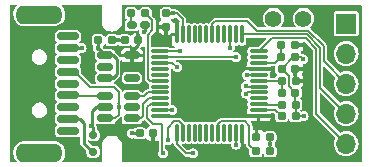
<source format=gbr>
%TF.GenerationSoftware,KiCad,Pcbnew,7.0.9*%
%TF.CreationDate,2024-09-12T17:06:43+08:00*%
%TF.ProjectId,FlyingStone-clone-01,466c7969-6e67-4537-946f-6e652d636c6f,rev?*%
%TF.SameCoordinates,Original*%
%TF.FileFunction,Copper,L1,Top*%
%TF.FilePolarity,Positive*%
%FSLAX46Y46*%
G04 Gerber Fmt 4.6, Leading zero omitted, Abs format (unit mm)*
G04 Created by KiCad (PCBNEW 7.0.9) date 2024-09-12 17:06:43*
%MOMM*%
%LPD*%
G01*
G04 APERTURE LIST*
G04 Aperture macros list*
%AMRoundRect*
0 Rectangle with rounded corners*
0 $1 Rounding radius*
0 $2 $3 $4 $5 $6 $7 $8 $9 X,Y pos of 4 corners*
0 Add a 4 corners polygon primitive as box body*
4,1,4,$2,$3,$4,$5,$6,$7,$8,$9,$2,$3,0*
0 Add four circle primitives for the rounded corners*
1,1,$1+$1,$2,$3*
1,1,$1+$1,$4,$5*
1,1,$1+$1,$6,$7*
1,1,$1+$1,$8,$9*
0 Add four rect primitives between the rounded corners*
20,1,$1+$1,$2,$3,$4,$5,0*
20,1,$1+$1,$4,$5,$6,$7,0*
20,1,$1+$1,$6,$7,$8,$9,0*
20,1,$1+$1,$8,$9,$2,$3,0*%
G04 Aperture macros list end*
%TA.AperFunction,SMDPad,CuDef*%
%ADD10RoundRect,0.175000X-0.725000X0.175000X-0.725000X-0.175000X0.725000X-0.175000X0.725000X0.175000X0*%
%TD*%
%TA.AperFunction,SMDPad,CuDef*%
%ADD11RoundRect,0.175000X0.725000X0.175000X-0.725000X0.175000X-0.725000X-0.175000X0.725000X-0.175000X0*%
%TD*%
%TA.AperFunction,ComponentPad*%
%ADD12O,4.000000X1.600000*%
%TD*%
%TA.AperFunction,SMDPad,CuDef*%
%ADD13RoundRect,0.160000X0.197500X0.160000X-0.197500X0.160000X-0.197500X-0.160000X0.197500X-0.160000X0*%
%TD*%
%TA.AperFunction,SMDPad,CuDef*%
%ADD14RoundRect,0.160000X0.222500X0.160000X-0.222500X0.160000X-0.222500X-0.160000X0.222500X-0.160000X0*%
%TD*%
%TA.AperFunction,SMDPad,CuDef*%
%ADD15RoundRect,0.155000X-0.212500X-0.155000X0.212500X-0.155000X0.212500X0.155000X-0.212500X0.155000X0*%
%TD*%
%TA.AperFunction,SMDPad,CuDef*%
%ADD16RoundRect,0.160000X-0.197500X-0.160000X0.197500X-0.160000X0.197500X0.160000X-0.197500X0.160000X0*%
%TD*%
%TA.AperFunction,ComponentPad*%
%ADD17R,1.700000X1.700000*%
%TD*%
%TA.AperFunction,ComponentPad*%
%ADD18O,1.700000X1.700000*%
%TD*%
%TA.AperFunction,SMDPad,CuDef*%
%ADD19RoundRect,0.150000X-0.512500X-0.150000X0.512500X-0.150000X0.512500X0.150000X-0.512500X0.150000X0*%
%TD*%
%TA.AperFunction,SMDPad,CuDef*%
%ADD20RoundRect,0.155000X0.212500X0.155000X-0.212500X0.155000X-0.212500X-0.155000X0.212500X-0.155000X0*%
%TD*%
%TA.AperFunction,ComponentPad*%
%ADD21C,1.400000*%
%TD*%
%TA.AperFunction,SMDPad,CuDef*%
%ADD22RoundRect,0.150000X0.200000X-0.150000X0.200000X0.150000X-0.200000X0.150000X-0.200000X-0.150000X0*%
%TD*%
%TA.AperFunction,SMDPad,CuDef*%
%ADD23RoundRect,0.075000X0.662500X0.075000X-0.662500X0.075000X-0.662500X-0.075000X0.662500X-0.075000X0*%
%TD*%
%TA.AperFunction,SMDPad,CuDef*%
%ADD24RoundRect,0.075000X0.075000X0.662500X-0.075000X0.662500X-0.075000X-0.662500X0.075000X-0.662500X0*%
%TD*%
%TA.AperFunction,SMDPad,CuDef*%
%ADD25RoundRect,0.150000X0.512500X0.150000X-0.512500X0.150000X-0.512500X-0.150000X0.512500X-0.150000X0*%
%TD*%
%TA.AperFunction,SMDPad,CuDef*%
%ADD26RoundRect,0.155000X0.155000X-0.212500X0.155000X0.212500X-0.155000X0.212500X-0.155000X-0.212500X0*%
%TD*%
%TA.AperFunction,ViaPad*%
%ADD27C,0.450000*%
%TD*%
%TA.AperFunction,Conductor*%
%ADD28C,0.250000*%
%TD*%
%TA.AperFunction,Conductor*%
%ADD29C,0.150000*%
%TD*%
G04 APERTURE END LIST*
D10*
%TO.P,J1,1,VBUS*%
%TO.N,VBUS*%
X105050000Y-109750000D03*
%TO.P,J1,2,D-*%
%TO.N,Net-(J1-D-)*%
X105050000Y-107750000D03*
%TO.P,J1,3,D+*%
%TO.N,Net-(J1-D+)*%
X105050000Y-105750000D03*
%TO.P,J1,4,GND*%
%TO.N,GND*%
X105050000Y-103750000D03*
%TO.P,J1,5,SSRX-*%
%TO.N,unconnected-(J1-SSRX--Pad5)*%
X105050000Y-102750000D03*
%TO.P,J1,6,SSRX+*%
%TO.N,unconnected-(J1-SSRX+-Pad6)*%
X105050000Y-104750000D03*
%TO.P,J1,7,DRAIN*%
%TO.N,unconnected-(J1-DRAIN-Pad7)*%
X105050000Y-106750000D03*
%TO.P,J1,8,SSTX-*%
%TO.N,unconnected-(J1-SSTX--Pad8)*%
X105050000Y-108750000D03*
D11*
%TO.P,J1,9,SSTX+*%
%TO.N,unconnected-(J1-SSTX+-Pad9)*%
X105050000Y-110750000D03*
D12*
%TO.P,J1,10,SHIELD*%
%TO.N,GND*%
X102600000Y-112600000D03*
X102600000Y-100900000D03*
%TD*%
D13*
%TO.P,R8,1*%
%TO.N,GND*%
X124315000Y-108520000D03*
%TO.P,R8,2*%
%TO.N,Net-(U1-PC14)*%
X123120000Y-108520000D03*
%TD*%
%TO.P,R7,1*%
%TO.N,GND*%
X124315000Y-109520000D03*
%TO.P,R7,2*%
%TO.N,Net-(U1-PC13)*%
X123120000Y-109520000D03*
%TD*%
D14*
%TO.P,D2,1,K*%
%TO.N,GND*%
X111562500Y-101800000D03*
%TO.P,D2,2,A*%
%TO.N,Net-(D2-A)*%
X110417500Y-101800000D03*
%TD*%
D15*
%TO.P,C9,1*%
%TO.N,Net-(U1-NRST)*%
X123135000Y-107510000D03*
%TO.P,C9,2*%
%TO.N,GND*%
X124270000Y-107510000D03*
%TD*%
D16*
%TO.P,R5,1*%
%TO.N,Net-(U1-PA0)*%
X123100000Y-103490000D03*
%TO.P,R5,2*%
%TO.N,+3.3V*%
X124295000Y-103490000D03*
%TD*%
D17*
%TO.P,J2,1,Pin_1*%
%TO.N,STLK_JTCK*%
X128580000Y-101670000D03*
D18*
%TO.P,J2,2,Pin_2*%
%TO.N,STLK_JTMS*%
X128580000Y-104210000D03*
%TO.P,J2,3,Pin_3*%
%TO.N,T_NRST*%
X128580000Y-106750000D03*
%TO.P,J2,4,Pin_4*%
%TO.N,STLK_RX*%
X128580000Y-109290000D03*
%TO.P,J2,5,Pin_5*%
%TO.N,STLK_TX*%
X128580000Y-111830000D03*
%TD*%
D19*
%TO.P,U3,1,VIN*%
%TO.N,+5V*%
X108175000Y-104360000D03*
%TO.P,U3,2,GND*%
%TO.N,GND*%
X108175000Y-105310000D03*
%TO.P,U3,3,ON/~{OFF}*%
%TO.N,+5V*%
X108175000Y-106260000D03*
%TO.P,U3,4,BP*%
%TO.N,unconnected-(U3-BP-Pad4)*%
X110450000Y-106260000D03*
%TO.P,U3,5,VOUT*%
%TO.N,+3.3V*%
X110450000Y-104360000D03*
%TD*%
D20*
%TO.P,C2,1*%
%TO.N,+3.3V*%
X110970000Y-103080000D03*
%TO.P,C2,2*%
%TO.N,GND*%
X109835000Y-103080000D03*
%TD*%
D21*
%TO.P,SW1,1,1*%
%TO.N,GND*%
X124970000Y-101240000D03*
%TO.P,SW1,2,2*%
%TO.N,PA5*%
X122430000Y-101240000D03*
%TD*%
D16*
%TO.P,R12,1*%
%TO.N,Net-(D2-A)*%
X110395000Y-100800000D03*
%TO.P,R12,2*%
%TO.N,LED*%
X111590000Y-100800000D03*
%TD*%
D22*
%TO.P,D1,1,K*%
%TO.N,+5V*%
X107150000Y-111107500D03*
%TO.P,D1,2,A*%
%TO.N,VBUS*%
X107150000Y-112507500D03*
%TD*%
D16*
%TO.P,R10,1*%
%TO.N,Net-(U1-NRST)*%
X123115000Y-106510000D03*
%TO.P,R10,2*%
%TO.N,+3.3V*%
X124310000Y-106510000D03*
%TD*%
D15*
%TO.P,C5,1*%
%TO.N,+3.3V*%
X120985000Y-111280000D03*
%TO.P,C5,2*%
%TO.N,GND*%
X122120000Y-111280000D03*
%TD*%
D20*
%TO.P,C4,1*%
%TO.N,+3.3V*%
X124260000Y-105500000D03*
%TO.P,C4,2*%
%TO.N,GND*%
X123125000Y-105500000D03*
%TD*%
D23*
%TO.P,U1,1,VBAT*%
%TO.N,+3.3V*%
X121162500Y-109500000D03*
%TO.P,U1,2,PC13*%
%TO.N,Net-(U1-PC13)*%
X121162500Y-109000000D03*
%TO.P,U1,3,PC14*%
%TO.N,Net-(U1-PC14)*%
X121162500Y-108500000D03*
%TO.P,U1,4,PC15*%
%TO.N,unconnected-(U1-PC15-Pad4)*%
X121162500Y-108000000D03*
%TO.P,U1,5,PD0*%
%TO.N,Net-(U1-PD0)*%
X121162500Y-107500000D03*
%TO.P,U1,6,PD1*%
%TO.N,Net-(U1-PD1)*%
X121162500Y-107000000D03*
%TO.P,U1,7,NRST*%
%TO.N,Net-(U1-NRST)*%
X121162500Y-106500000D03*
%TO.P,U1,8,VSSA*%
%TO.N,GND*%
X121162500Y-106000000D03*
%TO.P,U1,9,VDDA*%
%TO.N,+3.3V*%
X121162500Y-105500000D03*
%TO.P,U1,10,PA0*%
%TO.N,Net-(U1-PA0)*%
X121162500Y-105000000D03*
%TO.P,U1,11,PA1*%
%TO.N,unconnected-(U1-PA1-Pad11)*%
X121162500Y-104500000D03*
%TO.P,U1,12,PA2*%
%TO.N,STLK_TX*%
X121162500Y-104000000D03*
D24*
%TO.P,U1,13,PA3*%
%TO.N,STLK_RX*%
X119750000Y-102587500D03*
%TO.P,U1,14,PA4*%
%TO.N,unconnected-(U1-PA4-Pad14)*%
X119250000Y-102587500D03*
%TO.P,U1,15,PA5*%
%TO.N,PA5*%
X118750000Y-102587500D03*
%TO.P,U1,16,PA6*%
%TO.N,unconnected-(U1-PA6-Pad16)*%
X118250000Y-102587500D03*
%TO.P,U1,17,PA7*%
%TO.N,unconnected-(U1-PA7-Pad17)*%
X117750000Y-102587500D03*
%TO.P,U1,18,PB0*%
%TO.N,T_NRST*%
X117250000Y-102587500D03*
%TO.P,U1,19,PB1*%
%TO.N,unconnected-(U1-PB1-Pad19)*%
X116750000Y-102587500D03*
%TO.P,U1,20,PB2*%
%TO.N,unconnected-(U1-PB2-Pad20)*%
X116250000Y-102587500D03*
%TO.P,U1,21,PB10*%
%TO.N,unconnected-(U1-PB10-Pad21)*%
X115750000Y-102587500D03*
%TO.P,U1,22,PB11*%
%TO.N,unconnected-(U1-PB11-Pad22)*%
X115250000Y-102587500D03*
%TO.P,U1,23,VSS*%
%TO.N,GND*%
X114750000Y-102587500D03*
%TO.P,U1,24,VDD*%
%TO.N,+3.3V*%
X114250000Y-102587500D03*
D23*
%TO.P,U1,25,PB12*%
%TO.N,Net-(U1-PB12)*%
X112837500Y-104000000D03*
%TO.P,U1,26,PB13*%
%TO.N,STLK_JTCK*%
X112837500Y-104500000D03*
%TO.P,U1,27,PB14*%
%TO.N,STLK_JTMS*%
X112837500Y-105000000D03*
%TO.P,U1,28,PB15*%
%TO.N,unconnected-(U1-PB15-Pad28)*%
X112837500Y-105500000D03*
%TO.P,U1,29,PA8*%
%TO.N,unconnected-(U1-PA8-Pad29)*%
X112837500Y-106000000D03*
%TO.P,U1,30,PA9*%
%TO.N,LED*%
X112837500Y-106500000D03*
%TO.P,U1,31,PA10*%
%TO.N,unconnected-(U1-PA10-Pad31)*%
X112837500Y-107000000D03*
%TO.P,U1,32,PA11*%
%TO.N,USB_DM*%
X112837500Y-107500000D03*
%TO.P,U1,33,PA12*%
%TO.N,USB_DP*%
X112837500Y-108000000D03*
%TO.P,U1,34,PA13*%
%TO.N,SWDIO*%
X112837500Y-108500000D03*
%TO.P,U1,35,VSS*%
%TO.N,GND*%
X112837500Y-109000000D03*
%TO.P,U1,36,VDD*%
%TO.N,+3.3V*%
X112837500Y-109500000D03*
D24*
%TO.P,U1,37,PA14*%
%TO.N,SWCLK*%
X114250000Y-110912500D03*
%TO.P,U1,38,PA15*%
%TO.N,USB_RENUM*%
X114750000Y-110912500D03*
%TO.P,U1,39,PB3*%
%TO.N,unconnected-(U1-PB3-Pad39)*%
X115250000Y-110912500D03*
%TO.P,U1,40,PB4*%
%TO.N,unconnected-(U1-PB4-Pad40)*%
X115750000Y-110912500D03*
%TO.P,U1,41,PB5*%
%TO.N,unconnected-(U1-PB5-Pad41)*%
X116250000Y-110912500D03*
%TO.P,U1,42,PB6*%
%TO.N,unconnected-(U1-PB6-Pad42)*%
X116750000Y-110912500D03*
%TO.P,U1,43,PB7*%
%TO.N,unconnected-(U1-PB7-Pad43)*%
X117250000Y-110912500D03*
%TO.P,U1,44,BOOT0*%
%TO.N,Net-(U1-BOOT0)*%
X117750000Y-110912500D03*
%TO.P,U1,45,PB8*%
%TO.N,unconnected-(U1-PB8-Pad45)*%
X118250000Y-110912500D03*
%TO.P,U1,46,PB9*%
%TO.N,unconnected-(U1-PB9-Pad46)*%
X118750000Y-110912500D03*
%TO.P,U1,47,VSS*%
%TO.N,GND*%
X119250000Y-110912500D03*
%TO.P,U1,48,VDD*%
%TO.N,+3.3V*%
X119750000Y-110912500D03*
%TD*%
D25*
%TO.P,U2,1,I/O1*%
%TO.N,USB_DP*%
X110447500Y-109690000D03*
%TO.P,U2,2,GND*%
%TO.N,GND*%
X110447500Y-108740000D03*
%TO.P,U2,3,I/O2*%
%TO.N,USB_DM*%
X110447500Y-107790000D03*
%TO.P,U2,4,I/O2*%
%TO.N,Net-(J1-D-)*%
X108172500Y-107790000D03*
%TO.P,U2,5,VBUS*%
%TO.N,+5V*%
X108172500Y-108740000D03*
%TO.P,U2,6,I/O1*%
%TO.N,Net-(J1-D+)*%
X108172500Y-109690000D03*
%TD*%
D26*
%TO.P,C3,1*%
%TO.N,+3.3V*%
X113330000Y-101950000D03*
%TO.P,C3,2*%
%TO.N,GND*%
X113330000Y-100815000D03*
%TD*%
D13*
%TO.P,R9,1*%
%TO.N,GND*%
X122140000Y-112480000D03*
%TO.P,R9,2*%
%TO.N,Net-(U1-BOOT0)*%
X120945000Y-112480000D03*
%TD*%
D20*
%TO.P,C6,1*%
%TO.N,+3.3V*%
X112237500Y-110970000D03*
%TO.P,C6,2*%
%TO.N,GND*%
X111102500Y-110970000D03*
%TD*%
D13*
%TO.P,R6,1*%
%TO.N,GND*%
X124295000Y-104500000D03*
%TO.P,R6,2*%
%TO.N,Net-(U1-PA0)*%
X123100000Y-104500000D03*
%TD*%
D15*
%TO.P,C1,1*%
%TO.N,+5V*%
X107612500Y-103080000D03*
%TO.P,C1,2*%
%TO.N,GND*%
X108747500Y-103080000D03*
%TD*%
D27*
%TO.N,+5V*%
X107020000Y-110340000D03*
X107550000Y-103760000D03*
%TO.N,GND*%
X122120000Y-111880000D03*
X109290000Y-103070000D03*
X106180000Y-103750000D03*
X111440000Y-102370000D03*
X124950000Y-104700000D03*
X108610000Y-105310000D03*
X109990000Y-108750000D03*
X124980000Y-109520000D03*
X110467500Y-110970000D03*
X113930000Y-100810000D03*
X119240000Y-111910000D03*
X120170000Y-106000000D03*
X113850000Y-109000000D03*
%TO.N,+3.3V*%
X110440000Y-105360000D03*
X112090000Y-112030000D03*
%TO.N,Net-(U1-PD0)*%
X120090000Y-107600000D03*
%TO.N,Net-(U1-PD1)*%
X120090000Y-106950000D03*
%TO.N,Net-(J1-D+)*%
X109310000Y-108740000D03*
%TO.N,STLK_JTCK*%
X119260000Y-104500000D03*
%TO.N,STLK_JTMS*%
X114270000Y-105370000D03*
%TO.N,USB_RENUM*%
X113530000Y-111530000D03*
%TO.N,Net-(U1-PB12)*%
X114530000Y-104000000D03*
%TO.N,PA5*%
X118750000Y-103700000D03*
%TO.N,SWDIO*%
X113090000Y-112660000D03*
%TO.N,SWCLK*%
X115620000Y-112660000D03*
%TD*%
D28*
%TO.N,+5V*%
X107030000Y-110350000D02*
X107020000Y-110350000D01*
X108175000Y-104360000D02*
X108837499Y-104360000D01*
X107550000Y-103760000D02*
X107575000Y-103760000D01*
X107020000Y-110350000D02*
X107010000Y-110340000D01*
X107030000Y-110360000D02*
X107030000Y-110350000D01*
X107030000Y-109090000D02*
X107030000Y-110350000D01*
X107150000Y-110480000D02*
X107030000Y-110360000D01*
X107575000Y-103760000D02*
X107612500Y-103797500D01*
X107645000Y-103830000D02*
X107510000Y-103830000D01*
X107612500Y-103797500D02*
X107612500Y-103080000D01*
X107510000Y-103830000D02*
X107510000Y-103695000D01*
X108172500Y-108740000D02*
X107380000Y-108740000D01*
X107150000Y-111107500D02*
X107150000Y-110480000D01*
X107510000Y-103695000D02*
X107550000Y-103735000D01*
X109140000Y-104662501D02*
X109140000Y-105957499D01*
X107550000Y-103735000D02*
X107550000Y-103760000D01*
X107380000Y-108740000D02*
X107030000Y-109090000D01*
X109140000Y-105957499D02*
X108837499Y-106260000D01*
X108175000Y-104360000D02*
X107645000Y-103830000D01*
X108837499Y-106260000D02*
X108175000Y-106260000D01*
X108837499Y-104360000D02*
X109140000Y-104662501D01*
D29*
%TO.N,GND*%
X119250000Y-110912500D02*
X119250000Y-111900000D01*
D28*
X108747500Y-103080000D02*
X109280000Y-103080000D01*
D29*
X122120000Y-111280000D02*
X122120000Y-112460000D01*
X119250000Y-111900000D02*
X119240000Y-111910000D01*
X124295000Y-104500000D02*
X124750000Y-104500000D01*
D28*
X111562500Y-101800000D02*
X111562500Y-102247500D01*
X111562500Y-102247500D02*
X111440000Y-102370000D01*
X111102500Y-110970000D02*
X110467500Y-110970000D01*
X113775000Y-100815000D02*
X113780000Y-100810000D01*
D29*
X124315000Y-109520000D02*
X124980000Y-109520000D01*
D28*
X109300000Y-103080000D02*
X109835000Y-103080000D01*
D29*
X114240000Y-100810000D02*
X113930000Y-100810000D01*
X123125000Y-105500000D02*
X123727500Y-106102500D01*
D28*
X109280000Y-103080000D02*
X109290000Y-103070000D01*
D29*
X123727500Y-106102500D02*
X123727500Y-106967500D01*
X122120000Y-112460000D02*
X122140000Y-112480000D01*
X121162500Y-106000000D02*
X120170000Y-106000000D01*
X112837500Y-109000000D02*
X113850000Y-109000000D01*
X124270000Y-107510000D02*
X124270000Y-108475000D01*
X124295000Y-104500000D02*
X124125000Y-104500000D01*
X123727500Y-106967500D02*
X124270000Y-107510000D01*
X124270000Y-108475000D02*
X124315000Y-108520000D01*
X124750000Y-104500000D02*
X124950000Y-104700000D01*
D28*
X105050000Y-103750000D02*
X106180000Y-103750000D01*
D29*
X124315000Y-108520000D02*
X124315000Y-109520000D01*
X114750000Y-101320000D02*
X114240000Y-100810000D01*
D28*
X113330000Y-100815000D02*
X113925000Y-100815000D01*
D29*
X114750000Y-102587500D02*
X114750000Y-101320000D01*
X124125000Y-104500000D02*
X123125000Y-105500000D01*
D28*
X109290000Y-103070000D02*
X109300000Y-103080000D01*
%TO.N,+3.3V*%
X110970000Y-103080000D02*
X110970000Y-103460000D01*
X110970000Y-103460000D02*
X110450000Y-103980000D01*
X110450000Y-103980000D02*
X110450000Y-104360000D01*
D29*
%TO.N,Net-(U1-PD0)*%
X120220000Y-107500000D02*
X120090000Y-107530000D01*
X120160000Y-107500000D02*
X120190000Y-107500000D01*
X120090000Y-107530000D02*
X120160000Y-107500000D01*
X121162500Y-107500000D02*
X120220000Y-107500000D01*
%TO.N,Net-(U1-PD1)*%
X120090000Y-107000000D02*
X120190000Y-107000000D01*
X121162500Y-107000000D02*
X120090000Y-107000000D01*
%TO.N,Net-(U1-NRST)*%
X121172500Y-106510000D02*
X121162500Y-106500000D01*
X123115000Y-107490000D02*
X123135000Y-107510000D01*
X123115000Y-106510000D02*
X123115000Y-107490000D01*
X123115000Y-106510000D02*
X121172500Y-106510000D01*
D28*
%TO.N,VBUS*%
X107097500Y-112507500D02*
X107150000Y-112507500D01*
X105050000Y-109750000D02*
X106060000Y-109750000D01*
X106060000Y-109750000D02*
X106370000Y-110060000D01*
X106370000Y-111780000D02*
X107097500Y-112507500D01*
X106370000Y-110060000D02*
X106370000Y-111780000D01*
D29*
%TO.N,Net-(D2-A)*%
X110395000Y-100800000D02*
X110395000Y-101777500D01*
X110395000Y-101777500D02*
X110417500Y-101800000D01*
%TO.N,Net-(J1-D-)*%
X108172500Y-107790000D02*
X105090000Y-107790000D01*
X105090000Y-107790000D02*
X105050000Y-107750000D01*
%TO.N,Net-(J1-D+)*%
X109310000Y-108400000D02*
X109300000Y-108390000D01*
X109300000Y-108390000D02*
X109310000Y-108380000D01*
X108172500Y-109690000D02*
X109000000Y-109690000D01*
X109310000Y-109380000D02*
X109310000Y-108400000D01*
X105650000Y-105750000D02*
X105050000Y-105750000D01*
X109310000Y-107440000D02*
X108890000Y-107020000D01*
X109310000Y-108380000D02*
X109310000Y-107440000D01*
X109000000Y-109690000D02*
X109310000Y-109380000D01*
X106920000Y-107020000D02*
X105650000Y-105750000D01*
X108890000Y-107020000D02*
X106920000Y-107020000D01*
%TO.N,STLK_JTCK*%
X112837500Y-104500000D02*
X119260000Y-104500000D01*
%TO.N,STLK_JTMS*%
X112837500Y-105000000D02*
X113880000Y-105000000D01*
X113880000Y-105000000D02*
X114250000Y-105370000D01*
X114270000Y-105390000D02*
X114250000Y-105370000D01*
X114250000Y-105370000D02*
X114270000Y-105370000D01*
X114270000Y-105370000D02*
X114270000Y-105390000D01*
%TO.N,T_NRST*%
X117510000Y-101480000D02*
X117250000Y-101740000D01*
X121000000Y-102270000D02*
X120210000Y-101480000D01*
X120210000Y-101480000D02*
X117510000Y-101480000D01*
X117250000Y-101740000D02*
X117250000Y-102587500D01*
X126680000Y-103570000D02*
X125380000Y-102270000D01*
X126680000Y-104850000D02*
X126680000Y-103570000D01*
X125380000Y-102270000D02*
X121000000Y-102270000D01*
X128580000Y-106750000D02*
X126680000Y-104850000D01*
%TO.N,STLK_RX*%
X126380000Y-103694264D02*
X126380000Y-107090000D01*
X125273236Y-102587500D02*
X126380000Y-103694264D01*
X119750000Y-102587500D02*
X125273236Y-102587500D01*
X126380000Y-107090000D02*
X128580000Y-109290000D01*
%TO.N,STLK_TX*%
X125148972Y-102887500D02*
X126070000Y-103808528D01*
X126070000Y-103808528D02*
X126070000Y-109320000D01*
X122275000Y-102887500D02*
X125148972Y-102887500D01*
X121162500Y-104000000D02*
X122275000Y-102887500D01*
X126070000Y-109320000D02*
X128580000Y-111830000D01*
%TO.N,USB_RENUM*%
X114750000Y-110248656D02*
X114451344Y-109950000D01*
X114048656Y-109950000D02*
X113530000Y-110468656D01*
X113530000Y-110468656D02*
X113530000Y-111476250D01*
X114451344Y-109950000D02*
X114048656Y-109950000D01*
X114750000Y-110912500D02*
X114750000Y-110248656D01*
%TO.N,Net-(U1-PA0)*%
X122600000Y-105000000D02*
X123100000Y-104500000D01*
X123100000Y-104500000D02*
X123100000Y-103490000D01*
X121162500Y-105000000D02*
X122600000Y-105000000D01*
%TO.N,Net-(U1-PC13)*%
X122600000Y-109000000D02*
X121162500Y-109000000D01*
X123120000Y-109520000D02*
X122600000Y-109000000D01*
%TO.N,Net-(U1-PC14)*%
X123120000Y-108520000D02*
X121182500Y-108520000D01*
X121182500Y-108520000D02*
X121162500Y-108500000D01*
%TO.N,Net-(U1-BOOT0)*%
X120015000Y-109950000D02*
X120392500Y-110327500D01*
X120392500Y-110327500D02*
X120392500Y-111927500D01*
X117750000Y-110912500D02*
X117750000Y-110175001D01*
X120392500Y-111927500D02*
X120945000Y-112480000D01*
X117750000Y-110175001D02*
X117975001Y-109950000D01*
X117975001Y-109950000D02*
X120015000Y-109950000D01*
%TO.N,Net-(U1-PB12)*%
X112837500Y-104000000D02*
X114530000Y-104000000D01*
%TO.N,LED*%
X112837500Y-106500000D02*
X111980000Y-106500000D01*
X112170000Y-102250000D02*
X112170000Y-101380000D01*
X111810000Y-102610000D02*
X112170000Y-102250000D01*
X112170000Y-101380000D02*
X111590000Y-100800000D01*
X111810000Y-106330000D02*
X111810000Y-102610000D01*
X111980000Y-106500000D02*
X111810000Y-106330000D01*
%TO.N,PA5*%
X118750000Y-103700000D02*
X118750000Y-103640000D01*
X118750000Y-102587500D02*
X118750000Y-103700000D01*
%TO.N,SWDIO*%
X113090000Y-112660000D02*
X113000000Y-112570000D01*
X113000000Y-112570000D02*
X113000000Y-110130000D01*
X113000000Y-110130000D02*
X112220000Y-110130000D01*
X112220000Y-110130000D02*
X111750000Y-109660000D01*
X112020000Y-108500000D02*
X112837500Y-108500000D01*
X111750000Y-109660000D02*
X111750000Y-108770000D01*
X111750000Y-108770000D02*
X112020000Y-108500000D01*
%TO.N,SWCLK*%
X114250000Y-110912500D02*
X114250000Y-111870000D01*
X114250000Y-111870000D02*
X115040000Y-112660000D01*
X115040000Y-112660000D02*
X115620000Y-112660000D01*
%TO.N,USB_DM*%
X111800000Y-107500000D02*
X112837500Y-107500000D01*
X110447500Y-107790000D02*
X111510000Y-107790000D01*
X111510000Y-107790000D02*
X111800000Y-107500000D01*
%TO.N,USB_DP*%
X111870000Y-108000000D02*
X111420000Y-108450000D01*
X111250000Y-109690000D02*
X110447500Y-109690000D01*
X112837500Y-108000000D02*
X111870000Y-108000000D01*
X111420000Y-108450000D02*
X111420000Y-109520000D01*
X111420000Y-109520000D02*
X111250000Y-109690000D01*
%TD*%
%TA.AperFunction,Conductor*%
%TO.N,+3.3V*%
G36*
X108205912Y-103399600D02*
G01*
X108233005Y-103426693D01*
X108241673Y-103444424D01*
X108241675Y-103444427D01*
X108241676Y-103444429D01*
X108325571Y-103528324D01*
X108432160Y-103580433D01*
X108501258Y-103590500D01*
X108501264Y-103590500D01*
X108993736Y-103590500D01*
X108993742Y-103590500D01*
X109062840Y-103580433D01*
X109169429Y-103528324D01*
X109188412Y-103509339D01*
X109230130Y-103492057D01*
X109239352Y-103492782D01*
X109290000Y-103500804D01*
X109342793Y-103492442D01*
X109386703Y-103502982D01*
X109393743Y-103508996D01*
X109413071Y-103528324D01*
X109519660Y-103580433D01*
X109588758Y-103590500D01*
X109588764Y-103590500D01*
X110081236Y-103590500D01*
X110081242Y-103590500D01*
X110150340Y-103580433D01*
X110256929Y-103528324D01*
X110295651Y-103489601D01*
X110337367Y-103472322D01*
X110379087Y-103489602D01*
X110384839Y-103496287D01*
X110432131Y-103560365D01*
X110542490Y-103641815D01*
X110542493Y-103641817D01*
X110584012Y-103656345D01*
X110617683Y-103686434D01*
X110620215Y-103731520D01*
X110606246Y-103753752D01*
X110600000Y-103759998D01*
X110600000Y-104210000D01*
X111412499Y-104210000D01*
X111412499Y-104155794D01*
X111409649Y-104125399D01*
X111409647Y-104125389D01*
X111364847Y-103997356D01*
X111364845Y-103997353D01*
X111284292Y-103888207D01*
X111175146Y-103807654D01*
X111175143Y-103807652D01*
X111166671Y-103804688D01*
X111133000Y-103774598D01*
X111130468Y-103729513D01*
X111160558Y-103695842D01*
X111186157Y-103689999D01*
X111237303Y-103689999D01*
X111268040Y-103687117D01*
X111268050Y-103687115D01*
X111397506Y-103641817D01*
X111397509Y-103641815D01*
X111440464Y-103610113D01*
X111484293Y-103599243D01*
X111522971Y-103622548D01*
X111534500Y-103657584D01*
X111534500Y-106297057D01*
X111533366Y-106308568D01*
X111529103Y-106329999D01*
X111529103Y-106330001D01*
X111534090Y-106355071D01*
X111534095Y-106355100D01*
X111550483Y-106437491D01*
X111550486Y-106437497D01*
X111558560Y-106449581D01*
X111569780Y-106466372D01*
X111592099Y-106499775D01*
X111611376Y-106528624D01*
X111611377Y-106528624D01*
X111611378Y-106528626D01*
X111629544Y-106540764D01*
X111638486Y-106548102D01*
X111761896Y-106671512D01*
X111769233Y-106680452D01*
X111781374Y-106698623D01*
X111786448Y-106702013D01*
X111801972Y-106712385D01*
X111801975Y-106712388D01*
X111858264Y-106750000D01*
X111865263Y-106754676D01*
X111872505Y-106759515D01*
X111872507Y-106759515D01*
X111877876Y-106761740D01*
X111876602Y-106764813D01*
X111904590Y-106783471D01*
X111913447Y-106827751D01*
X111913434Y-106827812D01*
X111899500Y-106897863D01*
X111899500Y-107102133D01*
X111899501Y-107102135D01*
X111909815Y-107153990D01*
X111901005Y-107198279D01*
X111863459Y-107223366D01*
X111851949Y-107224500D01*
X111832942Y-107224500D01*
X111821431Y-107223366D01*
X111800001Y-107219103D01*
X111799998Y-107219103D01*
X111774812Y-107224113D01*
X111774806Y-107224114D01*
X111692508Y-107240483D01*
X111692504Y-107240485D01*
X111664024Y-107259515D01*
X111625916Y-107284977D01*
X111625914Y-107284979D01*
X111601375Y-107301375D01*
X111589232Y-107319548D01*
X111581896Y-107328486D01*
X111413164Y-107497219D01*
X111371446Y-107514500D01*
X111325618Y-107514500D01*
X111283899Y-107497219D01*
X111272613Y-107481413D01*
X111249199Y-107433519D01*
X111249198Y-107433518D01*
X111249198Y-107433517D01*
X111166483Y-107350802D01*
X111166482Y-107350801D01*
X111166480Y-107350800D01*
X111061394Y-107299427D01*
X111050037Y-107297772D01*
X110993260Y-107289500D01*
X109901740Y-107289500D01*
X109860560Y-107295500D01*
X109833605Y-107299427D01*
X109833604Y-107299427D01*
X109728519Y-107350800D01*
X109676981Y-107402338D01*
X109635261Y-107419618D01*
X109593542Y-107402337D01*
X109577397Y-107372131D01*
X109569515Y-107332505D01*
X109542263Y-107291719D01*
X109524827Y-107265624D01*
X109523518Y-107263666D01*
X109523513Y-107263659D01*
X109508624Y-107241376D01*
X109490454Y-107229235D01*
X109481513Y-107221897D01*
X109108101Y-106848485D01*
X109100763Y-106839544D01*
X109092924Y-106827812D01*
X109088624Y-106821376D01*
X109088622Y-106821374D01*
X109074174Y-106811721D01*
X109065623Y-106806007D01*
X109065622Y-106806006D01*
X109018149Y-106774286D01*
X109003972Y-106764813D01*
X108997497Y-106760486D01*
X108997491Y-106760483D01*
X108968297Y-106754676D01*
X108930751Y-106729588D01*
X108921942Y-106685299D01*
X108938086Y-106655094D01*
X108976698Y-106616483D01*
X109010332Y-106547678D01*
X109033838Y-106522498D01*
X109039557Y-106519196D01*
X109049954Y-106513194D01*
X109076892Y-106481089D01*
X109078606Y-106479217D01*
X109114563Y-106443260D01*
X109587000Y-106443260D01*
X109595234Y-106499775D01*
X109596927Y-106511394D01*
X109596927Y-106511395D01*
X109648300Y-106616480D01*
X109648301Y-106616482D01*
X109648302Y-106616483D01*
X109731017Y-106699198D01*
X109836107Y-106750573D01*
X109904240Y-106760500D01*
X109904245Y-106760500D01*
X110995755Y-106760500D01*
X110995760Y-106760500D01*
X111063893Y-106750573D01*
X111168983Y-106699198D01*
X111251698Y-106616483D01*
X111303073Y-106511393D01*
X111313000Y-106443260D01*
X111313000Y-106076740D01*
X111303073Y-106008607D01*
X111300620Y-106003590D01*
X111251699Y-105903519D01*
X111251698Y-105903518D01*
X111251698Y-105903517D01*
X111168983Y-105820802D01*
X111168982Y-105820801D01*
X111168980Y-105820800D01*
X111063894Y-105769427D01*
X111052537Y-105767772D01*
X110995760Y-105759500D01*
X109904240Y-105759500D01*
X109855573Y-105766590D01*
X109836105Y-105769427D01*
X109836104Y-105769427D01*
X109731019Y-105820800D01*
X109731015Y-105820803D01*
X109648303Y-105903515D01*
X109648300Y-105903519D01*
X109596927Y-106008604D01*
X109596927Y-106008605D01*
X109595113Y-106021056D01*
X109587000Y-106076740D01*
X109587000Y-106443260D01*
X109114563Y-106443260D01*
X109359219Y-106198604D01*
X109361079Y-106196900D01*
X109393194Y-106169954D01*
X109414143Y-106133668D01*
X109415526Y-106131499D01*
X109439553Y-106097184D01*
X109439552Y-106097184D01*
X109439554Y-106097183D01*
X109441306Y-106090643D01*
X109447200Y-106076410D01*
X109450588Y-106070544D01*
X109457864Y-106029275D01*
X109458415Y-106026792D01*
X109469264Y-105986306D01*
X109465611Y-105944556D01*
X109465500Y-105942001D01*
X109465500Y-104807567D01*
X109482781Y-104765848D01*
X109524500Y-104748567D01*
X109566219Y-104765848D01*
X109571971Y-104772532D01*
X109615706Y-104831790D01*
X109724853Y-104912345D01*
X109724856Y-104912347D01*
X109852893Y-104957149D01*
X109883295Y-104959999D01*
X110300000Y-104959999D01*
X110300000Y-104510000D01*
X110600000Y-104510000D01*
X110600000Y-104959999D01*
X111016705Y-104959999D01*
X111047100Y-104957149D01*
X111047110Y-104957147D01*
X111175143Y-104912347D01*
X111175146Y-104912345D01*
X111284292Y-104831792D01*
X111364845Y-104722646D01*
X111364847Y-104722643D01*
X111409649Y-104594606D01*
X111412500Y-104564204D01*
X111412500Y-104510000D01*
X110600000Y-104510000D01*
X110300000Y-104510000D01*
X109464092Y-104510000D01*
X109462268Y-104510754D01*
X109420560Y-104493446D01*
X109411211Y-104481253D01*
X109393194Y-104450045D01*
X109393192Y-104450044D01*
X109361094Y-104423110D01*
X109359206Y-104421381D01*
X109147825Y-104210000D01*
X109487500Y-104210000D01*
X110300000Y-104210000D01*
X110300000Y-103760000D01*
X109883295Y-103760000D01*
X109852899Y-103762850D01*
X109852889Y-103762852D01*
X109724856Y-103807652D01*
X109724853Y-103807654D01*
X109615707Y-103888207D01*
X109535154Y-103997353D01*
X109535152Y-103997356D01*
X109490350Y-104125393D01*
X109487500Y-104155795D01*
X109487500Y-104210000D01*
X109147825Y-104210000D01*
X109078615Y-104140790D01*
X109076886Y-104138903D01*
X109072039Y-104133127D01*
X109049954Y-104106806D01*
X109049954Y-104106805D01*
X109033837Y-104097501D01*
X109010331Y-104072317D01*
X108976698Y-104003517D01*
X108893983Y-103920802D01*
X108893982Y-103920801D01*
X108893980Y-103920800D01*
X108788894Y-103869427D01*
X108773258Y-103867149D01*
X108720760Y-103859500D01*
X108720755Y-103859500D01*
X108159264Y-103859500D01*
X108117545Y-103842219D01*
X107984099Y-103708773D01*
X107967544Y-103676284D01*
X107965834Y-103665485D01*
X107959719Y-103626874D01*
X107959717Y-103626870D01*
X107958284Y-103622460D01*
X107960940Y-103621596D01*
X107958098Y-103585667D01*
X107987412Y-103551318D01*
X107988254Y-103550897D01*
X108034429Y-103528324D01*
X108118324Y-103444429D01*
X108126995Y-103426693D01*
X108160842Y-103396802D01*
X108205912Y-103399600D01*
G37*
%TD.AperFunction*%
%TA.AperFunction,Conductor*%
G36*
X100677733Y-100117781D02*
G01*
X100695014Y-100159500D01*
X100677733Y-100201219D01*
X100674445Y-100204267D01*
X100671107Y-100207132D01*
X100671105Y-100207134D01*
X100546551Y-100368043D01*
X100456939Y-100550730D01*
X100456938Y-100550732D01*
X100405936Y-100747715D01*
X100405936Y-100747718D01*
X100395630Y-100950933D01*
X100426444Y-101152073D01*
X100497111Y-101342880D01*
X100497115Y-101342889D01*
X100522116Y-101383000D01*
X100604748Y-101515571D01*
X100744941Y-101663053D01*
X100744942Y-101663054D01*
X100773164Y-101682697D01*
X100911951Y-101779295D01*
X101098942Y-101859540D01*
X101168104Y-101873752D01*
X101298252Y-101900499D01*
X101298259Y-101900500D01*
X103850740Y-101900500D01*
X103850742Y-101900500D01*
X103850744Y-101900499D01*
X103850757Y-101900499D01*
X104002429Y-101885075D01*
X104002430Y-101885074D01*
X104002438Y-101885074D01*
X104196588Y-101824159D01*
X104374502Y-101725409D01*
X104528895Y-101592866D01*
X104653448Y-101431958D01*
X104743060Y-101249271D01*
X104794063Y-101052285D01*
X104804369Y-100849064D01*
X104773556Y-100647929D01*
X104767335Y-100631133D01*
X104725858Y-100519141D01*
X104702886Y-100457113D01*
X104595252Y-100284429D01*
X104515136Y-100200148D01*
X104498919Y-100158005D01*
X104517251Y-100116737D01*
X104557900Y-100100500D01*
X107840500Y-100100500D01*
X107882219Y-100117781D01*
X107899500Y-100159500D01*
X107899500Y-101589391D01*
X107936671Y-101764270D01*
X107936672Y-101764271D01*
X108009383Y-101927584D01*
X108009386Y-101927590D01*
X108009387Y-101927592D01*
X108009388Y-101927593D01*
X108114474Y-102072230D01*
X108247335Y-102191859D01*
X108247338Y-102191861D01*
X108247341Y-102191863D01*
X108374322Y-102265175D01*
X108402165Y-102281250D01*
X108480025Y-102306548D01*
X108572196Y-102336497D01*
X108589106Y-102338274D01*
X108750000Y-102355185D01*
X108927803Y-102336497D01*
X109097835Y-102281250D01*
X109252665Y-102191859D01*
X109385526Y-102072230D01*
X109490612Y-101927593D01*
X109563329Y-101764267D01*
X109600500Y-101589391D01*
X109600500Y-101500000D01*
X109600500Y-101473071D01*
X109600500Y-100159500D01*
X109617781Y-100117781D01*
X109659500Y-100100500D01*
X129840500Y-100100500D01*
X129882219Y-100117781D01*
X129899500Y-100159500D01*
X129899500Y-113340500D01*
X129882219Y-113382219D01*
X129840500Y-113399500D01*
X109659500Y-113399500D01*
X109617781Y-113382219D01*
X109600500Y-113340500D01*
X109600500Y-111910608D01*
X109572073Y-111776869D01*
X109563329Y-111735733D01*
X109563328Y-111735732D01*
X109563328Y-111735729D01*
X109563327Y-111735728D01*
X109490616Y-111572416D01*
X109490610Y-111572405D01*
X109385528Y-111427771D01*
X109309032Y-111358894D01*
X109252665Y-111308141D01*
X109252662Y-111308139D01*
X109252658Y-111308136D01*
X109097843Y-111218754D01*
X109097838Y-111218752D01*
X109097835Y-111218750D01*
X109097830Y-111218748D01*
X109097827Y-111218747D01*
X108927803Y-111163502D01*
X108750000Y-111144815D01*
X108572196Y-111163502D01*
X108402172Y-111218747D01*
X108402156Y-111218754D01*
X108247341Y-111308136D01*
X108247336Y-111308140D01*
X108114471Y-111427771D01*
X108009389Y-111572405D01*
X108009383Y-111572416D01*
X107936672Y-111735728D01*
X107936671Y-111735729D01*
X107899500Y-111910608D01*
X107899500Y-113340500D01*
X107882219Y-113382219D01*
X107840500Y-113399500D01*
X104563986Y-113399500D01*
X104522267Y-113382219D01*
X104504986Y-113340500D01*
X104522267Y-113298781D01*
X104525555Y-113295733D01*
X104528895Y-113292866D01*
X104653448Y-113131958D01*
X104743060Y-112949271D01*
X104794063Y-112752285D01*
X104804369Y-112549064D01*
X104773556Y-112347929D01*
X104763107Y-112319717D01*
X104731346Y-112233958D01*
X104702886Y-112157113D01*
X104595252Y-111984429D01*
X104455059Y-111836947D01*
X104455058Y-111836946D01*
X104455057Y-111836945D01*
X104360442Y-111771092D01*
X104288049Y-111720705D01*
X104183505Y-111675841D01*
X104101061Y-111640461D01*
X104101051Y-111640458D01*
X103901747Y-111599500D01*
X103901741Y-111599500D01*
X101349258Y-111599500D01*
X101349242Y-111599500D01*
X101197570Y-111614924D01*
X101197558Y-111614926D01*
X101003409Y-111675842D01*
X101003402Y-111675845D01*
X100825497Y-111774591D01*
X100671107Y-111907132D01*
X100671105Y-111907134D01*
X100546551Y-112068043D01*
X100456939Y-112250730D01*
X100456938Y-112250732D01*
X100405936Y-112447715D01*
X100405936Y-112447718D01*
X100395630Y-112650933D01*
X100426444Y-112852073D01*
X100484389Y-113008529D01*
X100497114Y-113042887D01*
X100604748Y-113215571D01*
X100683846Y-113298781D01*
X100684863Y-113299851D01*
X100701081Y-113341995D01*
X100682749Y-113383263D01*
X100642100Y-113399500D01*
X100159500Y-113399500D01*
X100117781Y-113382219D01*
X100100500Y-113340500D01*
X100100500Y-110960636D01*
X103949500Y-110960636D01*
X103957095Y-111012771D01*
X103960134Y-111033627D01*
X104015172Y-111146208D01*
X104015173Y-111146210D01*
X104015174Y-111146211D01*
X104103789Y-111234826D01*
X104103790Y-111234826D01*
X104103791Y-111234827D01*
X104216372Y-111289865D01*
X104216373Y-111289865D01*
X104216375Y-111289866D01*
X104289364Y-111300500D01*
X104289369Y-111300500D01*
X105810631Y-111300500D01*
X105810636Y-111300500D01*
X105883625Y-111289866D01*
X105959587Y-111252729D01*
X106004657Y-111249932D01*
X106038505Y-111279822D01*
X106044500Y-111305735D01*
X106044500Y-111764502D01*
X106044388Y-111767057D01*
X106042433Y-111789409D01*
X106040736Y-111808806D01*
X106040736Y-111808807D01*
X106051579Y-111849279D01*
X106052136Y-111851790D01*
X106059411Y-111893040D01*
X106059413Y-111893047D01*
X106062797Y-111898908D01*
X106068690Y-111913133D01*
X106070445Y-111919683D01*
X106070446Y-111919685D01*
X106094472Y-111953997D01*
X106095855Y-111956169D01*
X106103673Y-111969709D01*
X106116806Y-111992455D01*
X106125798Y-112000000D01*
X106148910Y-112019394D01*
X106150796Y-112021122D01*
X106368536Y-112238862D01*
X106582219Y-112452545D01*
X106599500Y-112494264D01*
X106599500Y-112690760D01*
X106603926Y-112721137D01*
X106609427Y-112758894D01*
X106609427Y-112758895D01*
X106660800Y-112863980D01*
X106660801Y-112863982D01*
X106660802Y-112863983D01*
X106743517Y-112946698D01*
X106848607Y-112998073D01*
X106916740Y-113008000D01*
X106916745Y-113008000D01*
X107383255Y-113008000D01*
X107383260Y-113008000D01*
X107451393Y-112998073D01*
X107556483Y-112946698D01*
X107639198Y-112863983D01*
X107690573Y-112758893D01*
X107700500Y-112690760D01*
X107700500Y-112324240D01*
X107690573Y-112256107D01*
X107687945Y-112250732D01*
X107639199Y-112151019D01*
X107639198Y-112151018D01*
X107639198Y-112151017D01*
X107556483Y-112068302D01*
X107556482Y-112068301D01*
X107556480Y-112068300D01*
X107451394Y-112016927D01*
X107440037Y-112015272D01*
X107383260Y-112007000D01*
X107383255Y-112007000D01*
X107081765Y-112007000D01*
X107040046Y-111989719D01*
X106712781Y-111662454D01*
X106695500Y-111620735D01*
X106695500Y-111617740D01*
X106712781Y-111576021D01*
X106754500Y-111558740D01*
X106780412Y-111564734D01*
X106848607Y-111598073D01*
X106916740Y-111608000D01*
X106916745Y-111608000D01*
X107383255Y-111608000D01*
X107383260Y-111608000D01*
X107451393Y-111598073D01*
X107556483Y-111546698D01*
X107639198Y-111463983D01*
X107690573Y-111358893D01*
X107700500Y-111290760D01*
X107700500Y-110924240D01*
X107690573Y-110856107D01*
X107689920Y-110854772D01*
X107639199Y-110751019D01*
X107639198Y-110751018D01*
X107639198Y-110751017D01*
X107556483Y-110668302D01*
X107556482Y-110668301D01*
X107556480Y-110668300D01*
X107508587Y-110644887D01*
X107478697Y-110611039D01*
X107475500Y-110591882D01*
X107475500Y-110495497D01*
X107475611Y-110492941D01*
X107479264Y-110451193D01*
X107468417Y-110410715D01*
X107467862Y-110408211D01*
X107460588Y-110366955D01*
X107460586Y-110366951D01*
X107458456Y-110363261D01*
X107451277Y-110342991D01*
X107450803Y-110340002D01*
X107450804Y-110340000D01*
X107432135Y-110222132D01*
X107442677Y-110178227D01*
X107481179Y-110154632D01*
X107516321Y-110159900D01*
X107558607Y-110180573D01*
X107626740Y-110190500D01*
X107626745Y-110190500D01*
X108718255Y-110190500D01*
X108718260Y-110190500D01*
X108786393Y-110180573D01*
X108891483Y-110129198D01*
X108974198Y-110046483D01*
X108999516Y-109994691D01*
X109033362Y-109964803D01*
X109041010Y-109962740D01*
X109107491Y-109949516D01*
X109107491Y-109949515D01*
X109107495Y-109949515D01*
X109159422Y-109914818D01*
X109175622Y-109903994D01*
X109175622Y-109903993D01*
X109182010Y-109899725D01*
X109182011Y-109899723D01*
X109198624Y-109888624D01*
X109210767Y-109870449D01*
X109218096Y-109861518D01*
X109481519Y-109598095D01*
X109490458Y-109590761D01*
X109492734Y-109589240D01*
X109537024Y-109580441D01*
X109574564Y-109605538D01*
X109584500Y-109638305D01*
X109584500Y-109873260D01*
X109588355Y-109899716D01*
X109594427Y-109941392D01*
X109594427Y-109941395D01*
X109645800Y-110046480D01*
X109645801Y-110046482D01*
X109645802Y-110046483D01*
X109728517Y-110129198D01*
X109728518Y-110129198D01*
X109728519Y-110129199D01*
X109763312Y-110146208D01*
X109833607Y-110180573D01*
X109901740Y-110190500D01*
X109901745Y-110190500D01*
X110993255Y-110190500D01*
X110993260Y-110190500D01*
X111061393Y-110180573D01*
X111166483Y-110129198D01*
X111249198Y-110046483D01*
X111277209Y-109989182D01*
X111311055Y-109959294D01*
X111318698Y-109957231D01*
X111357495Y-109949515D01*
X111409422Y-109914818D01*
X111425622Y-109903994D01*
X111425622Y-109903993D01*
X111432010Y-109899725D01*
X111432011Y-109899723D01*
X111448624Y-109888624D01*
X111460767Y-109870449D01*
X111468096Y-109861518D01*
X111469465Y-109860149D01*
X111511183Y-109842869D01*
X111545433Y-109857056D01*
X111546544Y-109855395D01*
X111551375Y-109858623D01*
X111551376Y-109858624D01*
X111569546Y-109870765D01*
X111578485Y-109878101D01*
X111964777Y-110264393D01*
X111982058Y-110306112D01*
X111964777Y-110347831D01*
X111942545Y-110361801D01*
X111809992Y-110408183D01*
X111809990Y-110408184D01*
X111699632Y-110489632D01*
X111652339Y-110553712D01*
X111613661Y-110577017D01*
X111569832Y-110566147D01*
X111563149Y-110560396D01*
X111547608Y-110544855D01*
X111524429Y-110521676D01*
X111524427Y-110521675D01*
X111524426Y-110521674D01*
X111457122Y-110488771D01*
X111417840Y-110469567D01*
X111348742Y-110459500D01*
X110856258Y-110459500D01*
X110787160Y-110469567D01*
X110680573Y-110521674D01*
X110680571Y-110521675D01*
X110657391Y-110544855D01*
X110615671Y-110562134D01*
X110605292Y-110560491D01*
X110605211Y-110561008D01*
X110600628Y-110560282D01*
X110600626Y-110560281D01*
X110467500Y-110539196D01*
X110467499Y-110539196D01*
X110334374Y-110560281D01*
X110334369Y-110560282D01*
X110214282Y-110621470D01*
X110214275Y-110621475D01*
X110118975Y-110716775D01*
X110118970Y-110716782D01*
X110057782Y-110836869D01*
X110057781Y-110836874D01*
X110036696Y-110970000D01*
X110046773Y-111033627D01*
X110057781Y-111103125D01*
X110057782Y-111103130D01*
X110118970Y-111223217D01*
X110118975Y-111223224D01*
X110214275Y-111318524D01*
X110214278Y-111318526D01*
X110214280Y-111318528D01*
X110214282Y-111318529D01*
X110334369Y-111379717D01*
X110334370Y-111379717D01*
X110334374Y-111379719D01*
X110467500Y-111400804D01*
X110600626Y-111379719D01*
X110600627Y-111379718D01*
X110605212Y-111378992D01*
X110605593Y-111381401D01*
X110642432Y-111384282D01*
X110657393Y-111395146D01*
X110680571Y-111418324D01*
X110787160Y-111470433D01*
X110856258Y-111480500D01*
X110856264Y-111480500D01*
X111348736Y-111480500D01*
X111348742Y-111480500D01*
X111417840Y-111470433D01*
X111524429Y-111418324D01*
X111563151Y-111379601D01*
X111604867Y-111362322D01*
X111646587Y-111379602D01*
X111652339Y-111386287D01*
X111699631Y-111450365D01*
X111809990Y-111531815D01*
X111809993Y-111531817D01*
X111939453Y-111577117D01*
X111970197Y-111579999D01*
X112087499Y-111579999D01*
X112087500Y-111579998D01*
X112087500Y-110879000D01*
X112104781Y-110837281D01*
X112146500Y-110820000D01*
X112328500Y-110820000D01*
X112370219Y-110837281D01*
X112387500Y-110879000D01*
X112387500Y-111579999D01*
X112504803Y-111579999D01*
X112535540Y-111577117D01*
X112535550Y-111577115D01*
X112646014Y-111538463D01*
X112691099Y-111540995D01*
X112721189Y-111574666D01*
X112724500Y-111594152D01*
X112724500Y-112425925D01*
X112718069Y-112452710D01*
X112680282Y-112526869D01*
X112680281Y-112526874D01*
X112659196Y-112660000D01*
X112673812Y-112752285D01*
X112680281Y-112793125D01*
X112680282Y-112793130D01*
X112741470Y-112913217D01*
X112741475Y-112913224D01*
X112836775Y-113008524D01*
X112836778Y-113008526D01*
X112836780Y-113008528D01*
X112836782Y-113008529D01*
X112956869Y-113069717D01*
X112956870Y-113069717D01*
X112956874Y-113069719D01*
X113090000Y-113090804D01*
X113223126Y-113069719D01*
X113343220Y-113008528D01*
X113438528Y-112913220D01*
X113499719Y-112793126D01*
X113520804Y-112660000D01*
X113499719Y-112526874D01*
X113499717Y-112526870D01*
X113499717Y-112526869D01*
X113438529Y-112406782D01*
X113438524Y-112406775D01*
X113343224Y-112311475D01*
X113343219Y-112311471D01*
X113307714Y-112293380D01*
X113278387Y-112259042D01*
X113275500Y-112240811D01*
X113275500Y-111974154D01*
X113292781Y-111932435D01*
X113334500Y-111915154D01*
X113361282Y-111921584D01*
X113396874Y-111939719D01*
X113530000Y-111960804D01*
X113663126Y-111939719D01*
X113783220Y-111878528D01*
X113827234Y-111834514D01*
X113873781Y-111787968D01*
X113915500Y-111770687D01*
X113957219Y-111787968D01*
X113974500Y-111829687D01*
X113974500Y-111837057D01*
X113973366Y-111848568D01*
X113969103Y-111869999D01*
X113969103Y-111870001D01*
X113974090Y-111895071D01*
X113974095Y-111895100D01*
X113990483Y-111977491D01*
X113990485Y-111977495D01*
X114010200Y-112007001D01*
X114034917Y-112043994D01*
X114051376Y-112068625D01*
X114069544Y-112080764D01*
X114078486Y-112088102D01*
X114821897Y-112831513D01*
X114829235Y-112840454D01*
X114841376Y-112858624D01*
X114855667Y-112868173D01*
X114861969Y-112872384D01*
X114864377Y-112873993D01*
X114864378Y-112873994D01*
X114890534Y-112891471D01*
X114932505Y-112919515D01*
X114932506Y-112919515D01*
X114932508Y-112919516D01*
X115015701Y-112936064D01*
X115015707Y-112936064D01*
X115040000Y-112940897D01*
X115061432Y-112936633D01*
X115072942Y-112935500D01*
X115269314Y-112935500D01*
X115311033Y-112952781D01*
X115348542Y-112990290D01*
X115366779Y-113008527D01*
X115366782Y-113008529D01*
X115486869Y-113069717D01*
X115486870Y-113069717D01*
X115486874Y-113069719D01*
X115620000Y-113090804D01*
X115753126Y-113069719D01*
X115873220Y-113008528D01*
X115968528Y-112913220D01*
X116029719Y-112793126D01*
X116050804Y-112660000D01*
X116029719Y-112526874D01*
X116029717Y-112526870D01*
X116029717Y-112526869D01*
X115968529Y-112406782D01*
X115968524Y-112406775D01*
X115873224Y-112311475D01*
X115873217Y-112311470D01*
X115753130Y-112250282D01*
X115753126Y-112250281D01*
X115620000Y-112229196D01*
X115486874Y-112250281D01*
X115486869Y-112250282D01*
X115366782Y-112311470D01*
X115366779Y-112311472D01*
X115342198Y-112336054D01*
X115311032Y-112367219D01*
X115269314Y-112384500D01*
X115178554Y-112384500D01*
X115136835Y-112367219D01*
X114720834Y-111951218D01*
X114703553Y-111909499D01*
X114720834Y-111867780D01*
X114762551Y-111850499D01*
X114852132Y-111850499D01*
X114852133Y-111850499D01*
X114852133Y-111850498D01*
X114932495Y-111834515D01*
X114967222Y-111811310D01*
X115011510Y-111802502D01*
X115032776Y-111811310D01*
X115067505Y-111834515D01*
X115067507Y-111834515D01*
X115067508Y-111834516D01*
X115107686Y-111842507D01*
X115147867Y-111850500D01*
X115352132Y-111850499D01*
X115352133Y-111850499D01*
X115352133Y-111850498D01*
X115432495Y-111834515D01*
X115467222Y-111811310D01*
X115511510Y-111802502D01*
X115532776Y-111811310D01*
X115567505Y-111834515D01*
X115567507Y-111834515D01*
X115567508Y-111834516D01*
X115607686Y-111842507D01*
X115647867Y-111850500D01*
X115852132Y-111850499D01*
X115852133Y-111850499D01*
X115852133Y-111850498D01*
X115932495Y-111834515D01*
X115967222Y-111811310D01*
X116011510Y-111802502D01*
X116032776Y-111811310D01*
X116067505Y-111834515D01*
X116067507Y-111834515D01*
X116067508Y-111834516D01*
X116107686Y-111842507D01*
X116147867Y-111850500D01*
X116352132Y-111850499D01*
X116352133Y-111850499D01*
X116352133Y-111850498D01*
X116432495Y-111834515D01*
X116467222Y-111811310D01*
X116511510Y-111802502D01*
X116532776Y-111811310D01*
X116567505Y-111834515D01*
X116567507Y-111834515D01*
X116567508Y-111834516D01*
X116607686Y-111842507D01*
X116647867Y-111850500D01*
X116852132Y-111850499D01*
X116852133Y-111850499D01*
X116852133Y-111850498D01*
X116932495Y-111834515D01*
X116967222Y-111811310D01*
X117011510Y-111802502D01*
X117032776Y-111811310D01*
X117067505Y-111834515D01*
X117067507Y-111834515D01*
X117067508Y-111834516D01*
X117107686Y-111842507D01*
X117147867Y-111850500D01*
X117352132Y-111850499D01*
X117352133Y-111850499D01*
X117352133Y-111850498D01*
X117432495Y-111834515D01*
X117467222Y-111811310D01*
X117511510Y-111802502D01*
X117532776Y-111811310D01*
X117567505Y-111834515D01*
X117567507Y-111834515D01*
X117567508Y-111834516D01*
X117607686Y-111842507D01*
X117647867Y-111850500D01*
X117852132Y-111850499D01*
X117852133Y-111850499D01*
X117852133Y-111850498D01*
X117932495Y-111834515D01*
X117967222Y-111811310D01*
X118011510Y-111802502D01*
X118032776Y-111811310D01*
X118067505Y-111834515D01*
X118067507Y-111834515D01*
X118067508Y-111834516D01*
X118107686Y-111842507D01*
X118147867Y-111850500D01*
X118352132Y-111850499D01*
X118352133Y-111850499D01*
X118352133Y-111850498D01*
X118432495Y-111834515D01*
X118467222Y-111811310D01*
X118511510Y-111802502D01*
X118532776Y-111811310D01*
X118567505Y-111834515D01*
X118567507Y-111834515D01*
X118567508Y-111834516D01*
X118607686Y-111842507D01*
X118647867Y-111850500D01*
X118750195Y-111850499D01*
X118791915Y-111867779D01*
X118807563Y-111905557D01*
X118808470Y-111905414D01*
X118809067Y-111909188D01*
X118809196Y-111909498D01*
X118809196Y-111909997D01*
X118809196Y-111910000D01*
X118829141Y-112035930D01*
X118830281Y-112043125D01*
X118830282Y-112043130D01*
X118891470Y-112163217D01*
X118891475Y-112163224D01*
X118986775Y-112258524D01*
X118986778Y-112258526D01*
X118986780Y-112258528D01*
X118986782Y-112258529D01*
X119106869Y-112319717D01*
X119106870Y-112319717D01*
X119106874Y-112319719D01*
X119240000Y-112340804D01*
X119373126Y-112319719D01*
X119493220Y-112258528D01*
X119588528Y-112163220D01*
X119649719Y-112043126D01*
X119670804Y-111910000D01*
X119649719Y-111776874D01*
X119649717Y-111776870D01*
X119649717Y-111776869D01*
X119606431Y-111691916D01*
X119600000Y-111665131D01*
X119600000Y-111608665D01*
X119600142Y-111605773D01*
X119600499Y-111602137D01*
X119600500Y-111602133D01*
X119600499Y-110821498D01*
X119617780Y-110779781D01*
X119659499Y-110762500D01*
X119841000Y-110762500D01*
X119882719Y-110779781D01*
X119900000Y-110821500D01*
X119900000Y-111944255D01*
X119933482Y-111939379D01*
X119933483Y-111939379D01*
X120029138Y-111892615D01*
X120074208Y-111889817D01*
X120108056Y-111919707D01*
X120112917Y-111934108D01*
X120116590Y-111952570D01*
X120116596Y-111952606D01*
X120132983Y-112034991D01*
X120132985Y-112034996D01*
X120193875Y-112126123D01*
X120193876Y-112126124D01*
X120212046Y-112138265D01*
X120220985Y-112145601D01*
X120369719Y-112294335D01*
X120387000Y-112336054D01*
X120387000Y-112674209D01*
X120397209Y-112744287D01*
X120450049Y-112852372D01*
X120450050Y-112852374D01*
X120450051Y-112852375D01*
X120535125Y-112937449D01*
X120643214Y-112990291D01*
X120713285Y-113000500D01*
X121176714Y-113000499D01*
X121246786Y-112990291D01*
X121354875Y-112937449D01*
X121439949Y-112852375D01*
X121489495Y-112751026D01*
X121523341Y-112721137D01*
X121568411Y-112723935D01*
X121595504Y-112751027D01*
X121645049Y-112852372D01*
X121645050Y-112852374D01*
X121645051Y-112852375D01*
X121730125Y-112937449D01*
X121838214Y-112990291D01*
X121908285Y-113000500D01*
X122371714Y-113000499D01*
X122441786Y-112990291D01*
X122549875Y-112937449D01*
X122634949Y-112852375D01*
X122687791Y-112744286D01*
X122698000Y-112674215D01*
X122697999Y-112285786D01*
X122687791Y-112215714D01*
X122634949Y-112107625D01*
X122552443Y-112025119D01*
X122535162Y-111983400D01*
X122535887Y-111974182D01*
X122550804Y-111880000D01*
X122533554Y-111771090D01*
X122544096Y-111727183D01*
X122550097Y-111720155D01*
X122625824Y-111644429D01*
X122677933Y-111537840D01*
X122688000Y-111468742D01*
X122688000Y-111091258D01*
X122677933Y-111022160D01*
X122625824Y-110915571D01*
X122541929Y-110831676D01*
X122541928Y-110831675D01*
X122541926Y-110831674D01*
X122476383Y-110799632D01*
X122435340Y-110779567D01*
X122366242Y-110769500D01*
X121873758Y-110769500D01*
X121804660Y-110779567D01*
X121698073Y-110831674D01*
X121698068Y-110831678D01*
X121659349Y-110870396D01*
X121617630Y-110887676D01*
X121575911Y-110870394D01*
X121570160Y-110863712D01*
X121522867Y-110799632D01*
X121412509Y-110718184D01*
X121412506Y-110718182D01*
X121283046Y-110672882D01*
X121252303Y-110670000D01*
X121135000Y-110670000D01*
X121135000Y-111371000D01*
X121117719Y-111412719D01*
X121076000Y-111430000D01*
X120894000Y-111430000D01*
X120852281Y-111412719D01*
X120835000Y-111371000D01*
X120835000Y-110670000D01*
X120727000Y-110670000D01*
X120685281Y-110652719D01*
X120668000Y-110611000D01*
X120668000Y-110360442D01*
X120669134Y-110348931D01*
X120670117Y-110343992D01*
X120673397Y-110327500D01*
X120673397Y-110327497D01*
X120652017Y-110220010D01*
X120652016Y-110220009D01*
X120652016Y-110220006D01*
X120606494Y-110151878D01*
X120606492Y-110151876D01*
X120604883Y-110149467D01*
X120598200Y-110139466D01*
X120591124Y-110128876D01*
X120572954Y-110116735D01*
X120564013Y-110109397D01*
X120505335Y-110050719D01*
X120488054Y-110009000D01*
X120505335Y-109967281D01*
X120547054Y-109950000D01*
X121012500Y-109950000D01*
X121012500Y-109650000D01*
X121312500Y-109650000D01*
X121312500Y-109950000D01*
X121860582Y-109950000D01*
X121933481Y-109939379D01*
X122045912Y-109884415D01*
X122045918Y-109884411D01*
X122134411Y-109795918D01*
X122134415Y-109795912D01*
X122189379Y-109683481D01*
X122194257Y-109650000D01*
X121312500Y-109650000D01*
X121012500Y-109650000D01*
X120130742Y-109650000D01*
X120122116Y-109659973D01*
X120081754Y-109680223D01*
X120065981Y-109679243D01*
X120040100Y-109674095D01*
X120040071Y-109674090D01*
X120015002Y-109669103D01*
X120014999Y-109669103D01*
X119993569Y-109673366D01*
X119982058Y-109674500D01*
X118007939Y-109674500D01*
X117996429Y-109673366D01*
X117981542Y-109670405D01*
X117975002Y-109669104D01*
X117975001Y-109669104D01*
X117968460Y-109670405D01*
X117949936Y-109674089D01*
X117949906Y-109674094D01*
X117884358Y-109687133D01*
X117867507Y-109690484D01*
X117867503Y-109690486D01*
X117799379Y-109736005D01*
X117776376Y-109751376D01*
X117764233Y-109769548D01*
X117756897Y-109778486D01*
X117578486Y-109956897D01*
X117569548Y-109964233D01*
X117551379Y-109976374D01*
X117551376Y-109976376D01*
X117550658Y-109977451D01*
X117541949Y-109990486D01*
X117540943Y-109991991D01*
X117503396Y-110017078D01*
X117459109Y-110008268D01*
X117432495Y-109990485D01*
X117432492Y-109990484D01*
X117432491Y-109990483D01*
X117352135Y-109974500D01*
X117147866Y-109974500D01*
X117147864Y-109974501D01*
X117067509Y-109990483D01*
X117067502Y-109990486D01*
X117032778Y-110013688D01*
X116988489Y-110022497D01*
X116967222Y-110013688D01*
X116932495Y-109990485D01*
X116932491Y-109990483D01*
X116852135Y-109974500D01*
X116647866Y-109974500D01*
X116647864Y-109974501D01*
X116567509Y-109990483D01*
X116567502Y-109990486D01*
X116532778Y-110013688D01*
X116488489Y-110022497D01*
X116467222Y-110013688D01*
X116432495Y-109990485D01*
X116432491Y-109990483D01*
X116352135Y-109974500D01*
X116147866Y-109974500D01*
X116147864Y-109974501D01*
X116067509Y-109990483D01*
X116067502Y-109990486D01*
X116032778Y-110013688D01*
X115988489Y-110022497D01*
X115967222Y-110013688D01*
X115932495Y-109990485D01*
X115932491Y-109990483D01*
X115852135Y-109974500D01*
X115647866Y-109974500D01*
X115647864Y-109974501D01*
X115567509Y-109990483D01*
X115567502Y-109990486D01*
X115532778Y-110013688D01*
X115488489Y-110022497D01*
X115467222Y-110013688D01*
X115432495Y-109990485D01*
X115432491Y-109990483D01*
X115352135Y-109974500D01*
X115147866Y-109974500D01*
X115147864Y-109974501D01*
X115067509Y-109990483D01*
X115067502Y-109990486D01*
X115032778Y-110013688D01*
X114988489Y-110022497D01*
X114967222Y-110013688D01*
X114932495Y-109990485D01*
X114932491Y-109990483D01*
X114886322Y-109981300D01*
X114856113Y-109965153D01*
X114669445Y-109778485D01*
X114662107Y-109769544D01*
X114649968Y-109751376D01*
X114649966Y-109751374D01*
X114641052Y-109745418D01*
X114626967Y-109736007D01*
X114626966Y-109736006D01*
X114594353Y-109714215D01*
X114558839Y-109690485D01*
X114558835Y-109690483D01*
X114476444Y-109674095D01*
X114476415Y-109674090D01*
X114451346Y-109669103D01*
X114451343Y-109669103D01*
X114429913Y-109673366D01*
X114418402Y-109674500D01*
X114081598Y-109674500D01*
X114070087Y-109673366D01*
X114048657Y-109669103D01*
X114048654Y-109669103D01*
X113942975Y-109690123D01*
X113898686Y-109681313D01*
X113889752Y-109667942D01*
X113886905Y-109670405D01*
X113869257Y-109650000D01*
X112746500Y-109650000D01*
X112704781Y-109632719D01*
X112687500Y-109591000D01*
X112687500Y-109409499D01*
X112704781Y-109367780D01*
X112746498Y-109350499D01*
X113527132Y-109350499D01*
X113527132Y-109350498D01*
X113530756Y-109350142D01*
X113533649Y-109350000D01*
X113585506Y-109350000D01*
X113612289Y-109356430D01*
X113716874Y-109409719D01*
X113850000Y-109430804D01*
X113983126Y-109409719D01*
X114103220Y-109348528D01*
X114198528Y-109253220D01*
X114259719Y-109133126D01*
X114280804Y-109000000D01*
X114259719Y-108866874D01*
X114259717Y-108866870D01*
X114259717Y-108866869D01*
X114198529Y-108746782D01*
X114198524Y-108746775D01*
X114103224Y-108651475D01*
X114103217Y-108651470D01*
X113983130Y-108590282D01*
X113983126Y-108590281D01*
X113850000Y-108569196D01*
X113849998Y-108569196D01*
X113849997Y-108569196D01*
X113843725Y-108570189D01*
X113799817Y-108559645D01*
X113776225Y-108521141D01*
X113775499Y-108511915D01*
X113775499Y-108397866D01*
X113775498Y-108397864D01*
X113773436Y-108387499D01*
X113759515Y-108317505D01*
X113736310Y-108282777D01*
X113727502Y-108238490D01*
X113736311Y-108217222D01*
X113759515Y-108182495D01*
X113775500Y-108102133D01*
X113775499Y-107897868D01*
X113759515Y-107817505D01*
X113736310Y-107782777D01*
X113727502Y-107738490D01*
X113736310Y-107717223D01*
X113759515Y-107682495D01*
X113775500Y-107602133D01*
X113775499Y-107397868D01*
X113763283Y-107336448D01*
X113759516Y-107317509D01*
X113759515Y-107317508D01*
X113759515Y-107317505D01*
X113736310Y-107282777D01*
X113727502Y-107238490D01*
X113736310Y-107217223D01*
X113759515Y-107182495D01*
X113775500Y-107102133D01*
X113775499Y-106897868D01*
X113759515Y-106817505D01*
X113736310Y-106782777D01*
X113727502Y-106738490D01*
X113736310Y-106717223D01*
X113759515Y-106682495D01*
X113759922Y-106680452D01*
X113772645Y-106616484D01*
X113775500Y-106602133D01*
X113775499Y-106397868D01*
X113765190Y-106346036D01*
X113759516Y-106317509D01*
X113759515Y-106317508D01*
X113759515Y-106317505D01*
X113736310Y-106282777D01*
X113727502Y-106238490D01*
X113736310Y-106217223D01*
X113759515Y-106182495D01*
X113760907Y-106175500D01*
X113766733Y-106146208D01*
X113775500Y-106102133D01*
X113775499Y-105897868D01*
X113760171Y-105820802D01*
X113759516Y-105817509D01*
X113759515Y-105817508D01*
X113759515Y-105817505D01*
X113736310Y-105782777D01*
X113727502Y-105738490D01*
X113736310Y-105717223D01*
X113759515Y-105682495D01*
X113775500Y-105602133D01*
X113775499Y-105582485D01*
X113792778Y-105540768D01*
X113834496Y-105523485D01*
X113876216Y-105540764D01*
X113887068Y-105555699D01*
X113921471Y-105623219D01*
X113921475Y-105623224D01*
X114016775Y-105718524D01*
X114016778Y-105718526D01*
X114016780Y-105718528D01*
X114016782Y-105718529D01*
X114136869Y-105779717D01*
X114136870Y-105779717D01*
X114136874Y-105779719D01*
X114270000Y-105800804D01*
X114403126Y-105779719D01*
X114523220Y-105718528D01*
X114618528Y-105623220D01*
X114679719Y-105503126D01*
X114700804Y-105370000D01*
X114679719Y-105236874D01*
X114679717Y-105236870D01*
X114679717Y-105236869D01*
X114618529Y-105116782D01*
X114618524Y-105116775D01*
X114523224Y-105021475D01*
X114523217Y-105021470D01*
X114403130Y-104960282D01*
X114403126Y-104960281D01*
X114270000Y-104939196D01*
X114269998Y-104939196D01*
X114269997Y-104939196D01*
X114246866Y-104942859D01*
X114202958Y-104932316D01*
X114195920Y-104926304D01*
X114145835Y-104876219D01*
X114128554Y-104834500D01*
X114145835Y-104792781D01*
X114187554Y-104775500D01*
X118909314Y-104775500D01*
X118951033Y-104792781D01*
X118982628Y-104824376D01*
X119006779Y-104848527D01*
X119006782Y-104848529D01*
X119126869Y-104909717D01*
X119126870Y-104909717D01*
X119126874Y-104909719D01*
X119260000Y-104930804D01*
X119393126Y-104909719D01*
X119513220Y-104848528D01*
X119608528Y-104753220D01*
X119669719Y-104633126D01*
X119690804Y-104500000D01*
X119669719Y-104366874D01*
X119669717Y-104366870D01*
X119669717Y-104366869D01*
X119608529Y-104246782D01*
X119608524Y-104246775D01*
X119513224Y-104151475D01*
X119513217Y-104151470D01*
X119393130Y-104090282D01*
X119393126Y-104090281D01*
X119260000Y-104069196D01*
X119126874Y-104090281D01*
X119126870Y-104090282D01*
X119121541Y-104092998D01*
X119076524Y-104096538D01*
X119042188Y-104067209D01*
X119038648Y-104022192D01*
X119053038Y-103998709D01*
X119098528Y-103953220D01*
X119159719Y-103833126D01*
X119180804Y-103700000D01*
X119163971Y-103593725D01*
X119174513Y-103549820D01*
X119213015Y-103526225D01*
X119222236Y-103525499D01*
X119352132Y-103525499D01*
X119352133Y-103525499D01*
X119352133Y-103525498D01*
X119432495Y-103509515D01*
X119467222Y-103486310D01*
X119511510Y-103477502D01*
X119532776Y-103486310D01*
X119567505Y-103509515D01*
X119567507Y-103509515D01*
X119567508Y-103509516D01*
X119607686Y-103517507D01*
X119647867Y-103525500D01*
X119852132Y-103525499D01*
X119852133Y-103525499D01*
X119852133Y-103525498D01*
X119932495Y-103509515D01*
X120023624Y-103448624D01*
X120084515Y-103357495D01*
X120100499Y-103277136D01*
X120100500Y-103277136D01*
X120100500Y-102922000D01*
X120117781Y-102880281D01*
X120159500Y-102863000D01*
X121767446Y-102863000D01*
X121809165Y-102880281D01*
X121826446Y-102922000D01*
X121809165Y-102963719D01*
X121140663Y-103632219D01*
X121098944Y-103649500D01*
X120472866Y-103649500D01*
X120472864Y-103649501D01*
X120392509Y-103665483D01*
X120392502Y-103665486D01*
X120301376Y-103726375D01*
X120301375Y-103726376D01*
X120240485Y-103817503D01*
X120240483Y-103817508D01*
X120224500Y-103897863D01*
X120224500Y-104102133D01*
X120224501Y-104102135D01*
X120240483Y-104182490D01*
X120240486Y-104182497D01*
X120263688Y-104217222D01*
X120272497Y-104261511D01*
X120263688Y-104282778D01*
X120240485Y-104317504D01*
X120240483Y-104317508D01*
X120224500Y-104397863D01*
X120224500Y-104602133D01*
X120224501Y-104602135D01*
X120240483Y-104682490D01*
X120240486Y-104682497D01*
X120263688Y-104717222D01*
X120272497Y-104761511D01*
X120263688Y-104782778D01*
X120240485Y-104817504D01*
X120240483Y-104817508D01*
X120224500Y-104897863D01*
X120224500Y-105102131D01*
X120229636Y-105127952D01*
X120220825Y-105172240D01*
X120213490Y-105181178D01*
X120190588Y-105204081D01*
X120190584Y-105204086D01*
X120135620Y-105316518D01*
X120130742Y-105349999D01*
X120130742Y-105350000D01*
X120466340Y-105350000D01*
X120469233Y-105350142D01*
X120472856Y-105350497D01*
X120472867Y-105350500D01*
X121852132Y-105350499D01*
X121852132Y-105350498D01*
X121855756Y-105350142D01*
X121858649Y-105350000D01*
X122194258Y-105350000D01*
X122194257Y-105349999D01*
X122193239Y-105343005D01*
X122204325Y-105299231D01*
X122243118Y-105276116D01*
X122251623Y-105275500D01*
X122498000Y-105275500D01*
X122539719Y-105292781D01*
X122557000Y-105334500D01*
X122557000Y-105688742D01*
X122564946Y-105743281D01*
X122567067Y-105757839D01*
X122619174Y-105864426D01*
X122619175Y-105864428D01*
X122619176Y-105864429D01*
X122703071Y-105948324D01*
X122703073Y-105948325D01*
X122707053Y-105951167D01*
X122706191Y-105952373D01*
X122732162Y-105981776D01*
X122729369Y-106026846D01*
X122708027Y-106048196D01*
X122709107Y-106049708D01*
X122705123Y-106052552D01*
X122620052Y-106137623D01*
X122620049Y-106137627D01*
X122588866Y-106201413D01*
X122555018Y-106231303D01*
X122535861Y-106234500D01*
X122146063Y-106234500D01*
X122104344Y-106217219D01*
X122087063Y-106175500D01*
X122088197Y-106163990D01*
X122100499Y-106102136D01*
X122100500Y-106102133D01*
X122100499Y-105897868D01*
X122095363Y-105872047D01*
X122104172Y-105827760D01*
X122111511Y-105818817D01*
X122134413Y-105795916D01*
X122134414Y-105795914D01*
X122189379Y-105683481D01*
X122194257Y-105650000D01*
X121858660Y-105650000D01*
X121855767Y-105649858D01*
X121852134Y-105649500D01*
X121852133Y-105649500D01*
X121852131Y-105649500D01*
X120472868Y-105649500D01*
X120469244Y-105649858D01*
X120466351Y-105650000D01*
X120434494Y-105650000D01*
X120407710Y-105643569D01*
X120303126Y-105590281D01*
X120170000Y-105569196D01*
X120036874Y-105590281D01*
X120036869Y-105590282D01*
X119916782Y-105651470D01*
X119916775Y-105651475D01*
X119821475Y-105746775D01*
X119821470Y-105746782D01*
X119760282Y-105866869D01*
X119760281Y-105866874D01*
X119739196Y-106000000D01*
X119754587Y-106097178D01*
X119760281Y-106133125D01*
X119760282Y-106133130D01*
X119821470Y-106253217D01*
X119821475Y-106253224D01*
X119916775Y-106348524D01*
X119916778Y-106348526D01*
X119916780Y-106348528D01*
X119916782Y-106348529D01*
X120036869Y-106409717D01*
X120036871Y-106409717D01*
X120036874Y-106409719D01*
X120041115Y-106410390D01*
X120079618Y-106433982D01*
X120090162Y-106477890D01*
X120066570Y-106516394D01*
X120041118Y-106526938D01*
X119956874Y-106540281D01*
X119956869Y-106540282D01*
X119836782Y-106601470D01*
X119836775Y-106601475D01*
X119741475Y-106696775D01*
X119741470Y-106696782D01*
X119680282Y-106816869D01*
X119680281Y-106816874D01*
X119659196Y-106950000D01*
X119668630Y-107009567D01*
X119680281Y-107083125D01*
X119680282Y-107083130D01*
X119741470Y-107203217D01*
X119741475Y-107203224D01*
X119771532Y-107233281D01*
X119788813Y-107275000D01*
X119771532Y-107316719D01*
X119741475Y-107346775D01*
X119741470Y-107346782D01*
X119680282Y-107466869D01*
X119680281Y-107466874D01*
X119659196Y-107600000D01*
X119680281Y-107733125D01*
X119680282Y-107733130D01*
X119741470Y-107853217D01*
X119741475Y-107853224D01*
X119836775Y-107948524D01*
X119836778Y-107948526D01*
X119836780Y-107948528D01*
X119836782Y-107948529D01*
X119956869Y-108009717D01*
X119956870Y-108009717D01*
X119956874Y-108009719D01*
X120090000Y-108030804D01*
X120156272Y-108020307D01*
X120200179Y-108030849D01*
X120223774Y-108069351D01*
X120224500Y-108078579D01*
X120224500Y-108102131D01*
X120224501Y-108102136D01*
X120240483Y-108182490D01*
X120240486Y-108182497D01*
X120263688Y-108217222D01*
X120272497Y-108261511D01*
X120263688Y-108282778D01*
X120240485Y-108317504D01*
X120240483Y-108317508D01*
X120224500Y-108397863D01*
X120224500Y-108602133D01*
X120224501Y-108602135D01*
X120240483Y-108682490D01*
X120240486Y-108682497D01*
X120263688Y-108717222D01*
X120272497Y-108761511D01*
X120263688Y-108782778D01*
X120240485Y-108817504D01*
X120240483Y-108817508D01*
X120224500Y-108897863D01*
X120224500Y-109102131D01*
X120229636Y-109127952D01*
X120220825Y-109172240D01*
X120213490Y-109181178D01*
X120190588Y-109204081D01*
X120190584Y-109204086D01*
X120135620Y-109316518D01*
X120130742Y-109349999D01*
X120130742Y-109350000D01*
X120466340Y-109350000D01*
X120469233Y-109350142D01*
X120472856Y-109350497D01*
X120472867Y-109350500D01*
X121852132Y-109350499D01*
X121852132Y-109350498D01*
X121855756Y-109350142D01*
X121858649Y-109350000D01*
X122194258Y-109350000D01*
X122194257Y-109349999D01*
X122193239Y-109343005D01*
X122204325Y-109299231D01*
X122243118Y-109276116D01*
X122251623Y-109275500D01*
X122461446Y-109275500D01*
X122503165Y-109292781D01*
X122544719Y-109334335D01*
X122562000Y-109376054D01*
X122562000Y-109714209D01*
X122572209Y-109784287D01*
X122625049Y-109892372D01*
X122625050Y-109892374D01*
X122625051Y-109892375D01*
X122710125Y-109977449D01*
X122818214Y-110030291D01*
X122888285Y-110040500D01*
X123351714Y-110040499D01*
X123421786Y-110030291D01*
X123529875Y-109977449D01*
X123614949Y-109892375D01*
X123664495Y-109791026D01*
X123698341Y-109761137D01*
X123743411Y-109763935D01*
X123770504Y-109791027D01*
X123820049Y-109892372D01*
X123820050Y-109892374D01*
X123820051Y-109892375D01*
X123905125Y-109977449D01*
X124013214Y-110030291D01*
X124083285Y-110040500D01*
X124546714Y-110040499D01*
X124616786Y-110030291D01*
X124724875Y-109977449D01*
X124767362Y-109934960D01*
X124809081Y-109917679D01*
X124835866Y-109924110D01*
X124846874Y-109929719D01*
X124980000Y-109950804D01*
X125113126Y-109929719D01*
X125233220Y-109868528D01*
X125328528Y-109773220D01*
X125389719Y-109653126D01*
X125410804Y-109520000D01*
X125389719Y-109386874D01*
X125389717Y-109386870D01*
X125389717Y-109386869D01*
X125328529Y-109266782D01*
X125328524Y-109266775D01*
X125233224Y-109171475D01*
X125233217Y-109171470D01*
X125113130Y-109110282D01*
X125113126Y-109110281D01*
X124980000Y-109089196D01*
X124846874Y-109110281D01*
X124846872Y-109110281D01*
X124846870Y-109110282D01*
X124835863Y-109115890D01*
X124790845Y-109119430D01*
X124767362Y-109105038D01*
X124724043Y-109061719D01*
X124706762Y-109020000D01*
X124724043Y-108978281D01*
X124752012Y-108950312D01*
X124809949Y-108892375D01*
X124862791Y-108784286D01*
X124873000Y-108714215D01*
X124872999Y-108325786D01*
X124862791Y-108255714D01*
X124809949Y-108147625D01*
X124724875Y-108062551D01*
X124706979Y-108053802D01*
X124677089Y-108019953D01*
X124679888Y-107974883D01*
X124691174Y-107959077D01*
X124691925Y-107958325D01*
X124691929Y-107958324D01*
X124775824Y-107874429D01*
X124827933Y-107767840D01*
X124838000Y-107698742D01*
X124838000Y-107321258D01*
X124827933Y-107252160D01*
X124775824Y-107145571D01*
X124765679Y-107135426D01*
X124748398Y-107093707D01*
X124765679Y-107051988D01*
X124772363Y-107046235D01*
X124836445Y-106998941D01*
X124918784Y-106887374D01*
X124918788Y-106887367D01*
X124964586Y-106756485D01*
X124967500Y-106725412D01*
X124967500Y-106660000D01*
X124219000Y-106660000D01*
X124177281Y-106642719D01*
X124160000Y-106601000D01*
X124160000Y-106149999D01*
X124153637Y-106143636D01*
X124127281Y-106132719D01*
X124110000Y-106091000D01*
X124110000Y-105650000D01*
X124410000Y-105650000D01*
X124410000Y-105850001D01*
X124416362Y-105856363D01*
X124442719Y-105867281D01*
X124460000Y-105909000D01*
X124460000Y-106360000D01*
X124967500Y-106360000D01*
X124967500Y-106294587D01*
X124964586Y-106263514D01*
X124918788Y-106132632D01*
X124918784Y-106132625D01*
X124836443Y-106021056D01*
X124833317Y-106017930D01*
X124835148Y-106016098D01*
X124816191Y-105984616D01*
X124827064Y-105940805D01*
X124879316Y-105870008D01*
X124879317Y-105870006D01*
X124924617Y-105740546D01*
X124927500Y-105709802D01*
X124927500Y-105650000D01*
X124410000Y-105650000D01*
X124110000Y-105650000D01*
X124110000Y-105409000D01*
X124127281Y-105367281D01*
X124169000Y-105350000D01*
X124927499Y-105350000D01*
X124927499Y-105290196D01*
X124924617Y-105259459D01*
X124924615Y-105259449D01*
X124906638Y-105208072D01*
X124909170Y-105162986D01*
X124942841Y-105132897D01*
X124953083Y-105130315D01*
X125083126Y-105109719D01*
X125203220Y-105048528D01*
X125298528Y-104953220D01*
X125359719Y-104833126D01*
X125380804Y-104700000D01*
X125359719Y-104566874D01*
X125359717Y-104566870D01*
X125359717Y-104566869D01*
X125298529Y-104446782D01*
X125298524Y-104446775D01*
X125203224Y-104351475D01*
X125203217Y-104351470D01*
X125083130Y-104290282D01*
X125083126Y-104290281D01*
X124950000Y-104269196D01*
X124949998Y-104269196D01*
X124949997Y-104269196D01*
X124932760Y-104271925D01*
X124890757Y-104262709D01*
X124876556Y-104253221D01*
X124852664Y-104237257D01*
X124854312Y-104234789D01*
X124832178Y-104214005D01*
X124828860Y-104207219D01*
X124789949Y-104127625D01*
X124766254Y-104103930D01*
X124748973Y-104062211D01*
X124766254Y-104020492D01*
X124772939Y-104014739D01*
X124821444Y-103978942D01*
X124903784Y-103867374D01*
X124903788Y-103867367D01*
X124949586Y-103736485D01*
X124952500Y-103705412D01*
X124952500Y-103640000D01*
X124204000Y-103640000D01*
X124162281Y-103622719D01*
X124145000Y-103581000D01*
X124145000Y-103399000D01*
X124162281Y-103357281D01*
X124204000Y-103340000D01*
X124952500Y-103340000D01*
X124952500Y-103274587D01*
X124949586Y-103243515D01*
X124948875Y-103241482D01*
X124948929Y-103240507D01*
X124948820Y-103240005D01*
X124948959Y-103239974D01*
X124951411Y-103196397D01*
X124985084Y-103166309D01*
X125004566Y-103163000D01*
X125010418Y-103163000D01*
X125052137Y-103180281D01*
X125777219Y-103905363D01*
X125794500Y-103947082D01*
X125794500Y-109287057D01*
X125793366Y-109298568D01*
X125789103Y-109319999D01*
X125789103Y-109320001D01*
X125794090Y-109345071D01*
X125794095Y-109345100D01*
X125810483Y-109427491D01*
X125810485Y-109427496D01*
X125863435Y-109506740D01*
X125871376Y-109518624D01*
X125889546Y-109530765D01*
X125898485Y-109538101D01*
X127637104Y-111276720D01*
X127654385Y-111318439D01*
X127647418Y-111346251D01*
X127604772Y-111426036D01*
X127604770Y-111426041D01*
X127604769Y-111426043D01*
X127604768Y-111426046D01*
X127570856Y-111537840D01*
X127544699Y-111624069D01*
X127524417Y-111830000D01*
X127544699Y-112035930D01*
X127544699Y-112035932D01*
X127544700Y-112035934D01*
X127604768Y-112233954D01*
X127604769Y-112233957D01*
X127604770Y-112233958D01*
X127702313Y-112416448D01*
X127833589Y-112576410D01*
X127993551Y-112707686D01*
X128089354Y-112758894D01*
X128176046Y-112805232D01*
X128374066Y-112865300D01*
X128580000Y-112885583D01*
X128785934Y-112865300D01*
X128983954Y-112805232D01*
X129166450Y-112707685D01*
X129326410Y-112576410D01*
X129457685Y-112416450D01*
X129555232Y-112233954D01*
X129615300Y-112035934D01*
X129635583Y-111830000D01*
X129615300Y-111624066D01*
X129555232Y-111426046D01*
X129506261Y-111334429D01*
X129457686Y-111243551D01*
X129326410Y-111083589D01*
X129166448Y-110952313D01*
X128983958Y-110854770D01*
X128983957Y-110854769D01*
X128983954Y-110854768D01*
X128785934Y-110794700D01*
X128785932Y-110794699D01*
X128785930Y-110794699D01*
X128580000Y-110774417D01*
X128374069Y-110794699D01*
X128374066Y-110794700D01*
X128176046Y-110854768D01*
X128176043Y-110854769D01*
X128176041Y-110854770D01*
X128176036Y-110854772D01*
X128096251Y-110897418D01*
X128051312Y-110901844D01*
X128026720Y-110887104D01*
X126362781Y-109223165D01*
X126345500Y-109181446D01*
X126345500Y-107587554D01*
X126362781Y-107545835D01*
X126404500Y-107528554D01*
X126446219Y-107545835D01*
X127637104Y-108736720D01*
X127654385Y-108778439D01*
X127647418Y-108806251D01*
X127604772Y-108886036D01*
X127604770Y-108886041D01*
X127604769Y-108886043D01*
X127604768Y-108886046D01*
X127577191Y-108976957D01*
X127544699Y-109084069D01*
X127524417Y-109290000D01*
X127544699Y-109495930D01*
X127544699Y-109495932D01*
X127544700Y-109495934D01*
X127604768Y-109693954D01*
X127604769Y-109693957D01*
X127604770Y-109693958D01*
X127702313Y-109876448D01*
X127833589Y-110036410D01*
X127993551Y-110167686D01*
X128066867Y-110206874D01*
X128176046Y-110265232D01*
X128374066Y-110325300D01*
X128580000Y-110345583D01*
X128785934Y-110325300D01*
X128983954Y-110265232D01*
X129166450Y-110167685D01*
X129326410Y-110036410D01*
X129457685Y-109876450D01*
X129555232Y-109693954D01*
X129615300Y-109495934D01*
X129635583Y-109290000D01*
X129615300Y-109084066D01*
X129555232Y-108886046D01*
X129488466Y-108761137D01*
X129457686Y-108703551D01*
X129326410Y-108543589D01*
X129166448Y-108412313D01*
X128983958Y-108314770D01*
X128983957Y-108314769D01*
X128983954Y-108314768D01*
X128785934Y-108254700D01*
X128785932Y-108254699D01*
X128785930Y-108254699D01*
X128580000Y-108234417D01*
X128374069Y-108254699D01*
X128374066Y-108254700D01*
X128176046Y-108314768D01*
X128176043Y-108314769D01*
X128176041Y-108314770D01*
X128176036Y-108314772D01*
X128096251Y-108357418D01*
X128051312Y-108361844D01*
X128026720Y-108347104D01*
X126672781Y-106993165D01*
X126655500Y-106951446D01*
X126655500Y-105357554D01*
X126672781Y-105315835D01*
X126714500Y-105298554D01*
X126756219Y-105315835D01*
X127637104Y-106196720D01*
X127654385Y-106238439D01*
X127647418Y-106266251D01*
X127604772Y-106346036D01*
X127604770Y-106346041D01*
X127604769Y-106346043D01*
X127604768Y-106346046D01*
X127564101Y-106480110D01*
X127544699Y-106544069D01*
X127524417Y-106750000D01*
X127544699Y-106955930D01*
X127544699Y-106955932D01*
X127544700Y-106955934D01*
X127604768Y-107153954D01*
X127604769Y-107153957D01*
X127604770Y-107153958D01*
X127702313Y-107336448D01*
X127833589Y-107496410D01*
X127993551Y-107627686D01*
X128096084Y-107682491D01*
X128176046Y-107725232D01*
X128374066Y-107785300D01*
X128580000Y-107805583D01*
X128785934Y-107785300D01*
X128983954Y-107725232D01*
X129166450Y-107627685D01*
X129326410Y-107496410D01*
X129457685Y-107336450D01*
X129555232Y-107153954D01*
X129615300Y-106955934D01*
X129635583Y-106750000D01*
X129615300Y-106544066D01*
X129555232Y-106346046D01*
X129505615Y-106253220D01*
X129457686Y-106163551D01*
X129326410Y-106003589D01*
X129166448Y-105872313D01*
X128983958Y-105774770D01*
X128983957Y-105774769D01*
X128983954Y-105774768D01*
X128785934Y-105714700D01*
X128785932Y-105714699D01*
X128785930Y-105714699D01*
X128580000Y-105694417D01*
X128374069Y-105714699D01*
X128361443Y-105718529D01*
X128176046Y-105774768D01*
X128176043Y-105774769D01*
X128176041Y-105774770D01*
X128176036Y-105774772D01*
X128096251Y-105817418D01*
X128051312Y-105821844D01*
X128026720Y-105807104D01*
X126972781Y-104753165D01*
X126955500Y-104711446D01*
X126955500Y-104210000D01*
X127524417Y-104210000D01*
X127544699Y-104415930D01*
X127544699Y-104415932D01*
X127544700Y-104415934D01*
X127604768Y-104613954D01*
X127604769Y-104613957D01*
X127604770Y-104613958D01*
X127702313Y-104796448D01*
X127833589Y-104956410D01*
X127993551Y-105087686D01*
X128073299Y-105130312D01*
X128176046Y-105185232D01*
X128374066Y-105245300D01*
X128580000Y-105265583D01*
X128785934Y-105245300D01*
X128983954Y-105185232D01*
X129166450Y-105087685D01*
X129326410Y-104956410D01*
X129457685Y-104796450D01*
X129555232Y-104613954D01*
X129615300Y-104415934D01*
X129635583Y-104210000D01*
X129615300Y-104004066D01*
X129555232Y-103806046D01*
X129491663Y-103687117D01*
X129457686Y-103623551D01*
X129326410Y-103463589D01*
X129166448Y-103332313D01*
X128983958Y-103234770D01*
X128983957Y-103234769D01*
X128983954Y-103234768D01*
X128785934Y-103174700D01*
X128785932Y-103174699D01*
X128785930Y-103174699D01*
X128580000Y-103154417D01*
X128374069Y-103174699D01*
X128374066Y-103174700D01*
X128176046Y-103234768D01*
X128176043Y-103234769D01*
X128176041Y-103234770D01*
X127993551Y-103332313D01*
X127833589Y-103463589D01*
X127702313Y-103623551D01*
X127604770Y-103806041D01*
X127604769Y-103806043D01*
X127604768Y-103806046D01*
X127568553Y-103925432D01*
X127544699Y-104004069D01*
X127524417Y-104210000D01*
X126955500Y-104210000D01*
X126955500Y-103602942D01*
X126956634Y-103591431D01*
X126960897Y-103570000D01*
X126960897Y-103569997D01*
X126939517Y-103462510D01*
X126939516Y-103462509D01*
X126939516Y-103462506D01*
X126893994Y-103394378D01*
X126893992Y-103394376D01*
X126892383Y-103391967D01*
X126885700Y-103381966D01*
X126878624Y-103371376D01*
X126860454Y-103359235D01*
X126851513Y-103351897D01*
X126039367Y-102539751D01*
X127529500Y-102539751D01*
X127541131Y-102598227D01*
X127541133Y-102598232D01*
X127585447Y-102664551D01*
X127585448Y-102664552D01*
X127651767Y-102708866D01*
X127651768Y-102708866D01*
X127651769Y-102708867D01*
X127651772Y-102708868D01*
X127685462Y-102715569D01*
X127710248Y-102720499D01*
X127710249Y-102720500D01*
X127710252Y-102720500D01*
X129449751Y-102720500D01*
X129449751Y-102720499D01*
X129488560Y-102712779D01*
X129508227Y-102708868D01*
X129508228Y-102708867D01*
X129508231Y-102708867D01*
X129574552Y-102664552D01*
X129618867Y-102598231D01*
X129630499Y-102539751D01*
X129630500Y-102539751D01*
X129630500Y-100800249D01*
X129630499Y-100800248D01*
X129618868Y-100741772D01*
X129618866Y-100741767D01*
X129574552Y-100675448D01*
X129574551Y-100675447D01*
X129508232Y-100631133D01*
X129508227Y-100631131D01*
X129449751Y-100619500D01*
X129449748Y-100619500D01*
X127710252Y-100619500D01*
X127710249Y-100619500D01*
X127651772Y-100631131D01*
X127651767Y-100631133D01*
X127585448Y-100675447D01*
X127585447Y-100675448D01*
X127541133Y-100741767D01*
X127541131Y-100741772D01*
X127529500Y-100800248D01*
X127529500Y-102539751D01*
X126039367Y-102539751D01*
X125598101Y-102098485D01*
X125590763Y-102089544D01*
X125578624Y-102071376D01*
X125578622Y-102071374D01*
X125568013Y-102064286D01*
X125558033Y-102057617D01*
X125558027Y-102057612D01*
X125533942Y-102041519D01*
X125508854Y-102003972D01*
X125517665Y-101959684D01*
X125532041Y-101944731D01*
X125575871Y-101912888D01*
X125702533Y-101772216D01*
X125797179Y-101608284D01*
X125855674Y-101428256D01*
X125875460Y-101240000D01*
X125855731Y-101052284D01*
X125855674Y-101051742D01*
X125797181Y-100871723D01*
X125797179Y-100871716D01*
X125702533Y-100707784D01*
X125702530Y-100707781D01*
X125702529Y-100707779D01*
X125601887Y-100596006D01*
X125575871Y-100567112D01*
X125575870Y-100567111D01*
X125575869Y-100567110D01*
X125422735Y-100455852D01*
X125422728Y-100455848D01*
X125249804Y-100378856D01*
X125064646Y-100339500D01*
X124875354Y-100339500D01*
X124690195Y-100378856D01*
X124517271Y-100455848D01*
X124517264Y-100455852D01*
X124364130Y-100567110D01*
X124237470Y-100707779D01*
X124237466Y-100707785D01*
X124142825Y-100871707D01*
X124142818Y-100871723D01*
X124084325Y-101051742D01*
X124064540Y-101240000D01*
X124084325Y-101428257D01*
X124142818Y-101608276D01*
X124142825Y-101608292D01*
X124194328Y-101697497D01*
X124232879Y-101764270D01*
X124237466Y-101772214D01*
X124237470Y-101772220D01*
X124348942Y-101896021D01*
X124364016Y-101938587D01*
X124344576Y-101979345D01*
X124305097Y-101994500D01*
X123094903Y-101994500D01*
X123053184Y-101977219D01*
X123035903Y-101935500D01*
X123051058Y-101896021D01*
X123083906Y-101859540D01*
X123162533Y-101772216D01*
X123257179Y-101608284D01*
X123315674Y-101428256D01*
X123335460Y-101240000D01*
X123315731Y-101052284D01*
X123315674Y-101051742D01*
X123257181Y-100871723D01*
X123257179Y-100871716D01*
X123162533Y-100707784D01*
X123162530Y-100707781D01*
X123162529Y-100707779D01*
X123061887Y-100596006D01*
X123035871Y-100567112D01*
X123035870Y-100567111D01*
X123035869Y-100567110D01*
X122882735Y-100455852D01*
X122882728Y-100455848D01*
X122709804Y-100378856D01*
X122524646Y-100339500D01*
X122335354Y-100339500D01*
X122150195Y-100378856D01*
X121977271Y-100455848D01*
X121977264Y-100455852D01*
X121824130Y-100567110D01*
X121697470Y-100707779D01*
X121697466Y-100707785D01*
X121602825Y-100871707D01*
X121602818Y-100871723D01*
X121544325Y-101051742D01*
X121524540Y-101240000D01*
X121544325Y-101428257D01*
X121602818Y-101608276D01*
X121602825Y-101608292D01*
X121654328Y-101697497D01*
X121692879Y-101764270D01*
X121697466Y-101772214D01*
X121697470Y-101772220D01*
X121808942Y-101896021D01*
X121824016Y-101938587D01*
X121804576Y-101979345D01*
X121765097Y-101994500D01*
X121138554Y-101994500D01*
X121096835Y-101977219D01*
X120428101Y-101308485D01*
X120420763Y-101299544D01*
X120420659Y-101299388D01*
X120408624Y-101281376D01*
X120408622Y-101281374D01*
X120395348Y-101272505D01*
X120388033Y-101267617D01*
X120388027Y-101267612D01*
X120342105Y-101236929D01*
X120317495Y-101220485D01*
X120317491Y-101220483D01*
X120235100Y-101204095D01*
X120235071Y-101204090D01*
X120210002Y-101199103D01*
X120209999Y-101199103D01*
X120188569Y-101203366D01*
X120177058Y-101204500D01*
X117542943Y-101204500D01*
X117531433Y-101203366D01*
X117522662Y-101201621D01*
X117510001Y-101199103D01*
X117509998Y-101199103D01*
X117402510Y-101220482D01*
X117402504Y-101220485D01*
X117334378Y-101266005D01*
X117311375Y-101281376D01*
X117299232Y-101299548D01*
X117291896Y-101308486D01*
X117078486Y-101521896D01*
X117069548Y-101529232D01*
X117051377Y-101541374D01*
X117051376Y-101541376D01*
X117041096Y-101556761D01*
X117036006Y-101564378D01*
X117020561Y-101587494D01*
X116987256Y-101637337D01*
X116985032Y-101635851D01*
X116960022Y-101660838D01*
X116925960Y-101664184D01*
X116852135Y-101649500D01*
X116647866Y-101649500D01*
X116647864Y-101649501D01*
X116567509Y-101665483D01*
X116567502Y-101665486D01*
X116532778Y-101688688D01*
X116488489Y-101697497D01*
X116467222Y-101688688D01*
X116432495Y-101665485D01*
X116432491Y-101665483D01*
X116352135Y-101649500D01*
X116147866Y-101649500D01*
X116147864Y-101649501D01*
X116067509Y-101665483D01*
X116067502Y-101665486D01*
X116032778Y-101688688D01*
X115988489Y-101697497D01*
X115967222Y-101688688D01*
X115932495Y-101665485D01*
X115932491Y-101665483D01*
X115852135Y-101649500D01*
X115647866Y-101649500D01*
X115647864Y-101649501D01*
X115567509Y-101665483D01*
X115567502Y-101665486D01*
X115532778Y-101688688D01*
X115488489Y-101697497D01*
X115467222Y-101688688D01*
X115432495Y-101665485D01*
X115432491Y-101665483D01*
X115352135Y-101649500D01*
X115147869Y-101649500D01*
X115096009Y-101659815D01*
X115051720Y-101651004D01*
X115026633Y-101613457D01*
X115025500Y-101601948D01*
X115025500Y-101352942D01*
X115026634Y-101341431D01*
X115030897Y-101320000D01*
X115030897Y-101319998D01*
X115010649Y-101218206D01*
X115010362Y-101215301D01*
X115009516Y-101212513D01*
X115009515Y-101212506D01*
X115009515Y-101212505D01*
X114977685Y-101164869D01*
X114963994Y-101144378D01*
X114963992Y-101144376D01*
X114948624Y-101121376D01*
X114930454Y-101109235D01*
X114921513Y-101101897D01*
X114458101Y-100638485D01*
X114450763Y-100629544D01*
X114444052Y-100619500D01*
X114438624Y-100611376D01*
X114438622Y-100611374D01*
X114429708Y-100605418D01*
X114416731Y-100596747D01*
X114416728Y-100596745D01*
X114374843Y-100568758D01*
X114347495Y-100550485D01*
X114347491Y-100550483D01*
X114271098Y-100535288D01*
X114240890Y-100519142D01*
X114183220Y-100461472D01*
X114183217Y-100461470D01*
X114063130Y-100400282D01*
X114063126Y-100400281D01*
X113930000Y-100379196D01*
X113929999Y-100379196D01*
X113816775Y-100397129D01*
X113772867Y-100386587D01*
X113765827Y-100380574D01*
X113694430Y-100309177D01*
X113694426Y-100309174D01*
X113633727Y-100279500D01*
X113587840Y-100257067D01*
X113518742Y-100247000D01*
X113141258Y-100247000D01*
X113072160Y-100257067D01*
X112965573Y-100309174D01*
X112965569Y-100309177D01*
X112881677Y-100393069D01*
X112881674Y-100393073D01*
X112850367Y-100457113D01*
X112829567Y-100499660D01*
X112819500Y-100568758D01*
X112819500Y-101061242D01*
X112829567Y-101130340D01*
X112881676Y-101236929D01*
X112901132Y-101256385D01*
X112920396Y-101275649D01*
X112937676Y-101317369D01*
X112920395Y-101359088D01*
X112913712Y-101364839D01*
X112849632Y-101412132D01*
X112768184Y-101522490D01*
X112768182Y-101522493D01*
X112722882Y-101651953D01*
X112720000Y-101682697D01*
X112720000Y-101800000D01*
X113421000Y-101800000D01*
X113462719Y-101817281D01*
X113480000Y-101859000D01*
X113480000Y-102617499D01*
X113539803Y-102617499D01*
X113570540Y-102614617D01*
X113570550Y-102614615D01*
X113700007Y-102569317D01*
X113759999Y-102525039D01*
X113760000Y-102525038D01*
X113760000Y-102496500D01*
X113777281Y-102454781D01*
X113819000Y-102437500D01*
X114100000Y-102437500D01*
X114100000Y-101555742D01*
X114099999Y-101555742D01*
X114066518Y-101560620D01*
X113988394Y-101598812D01*
X113943324Y-101601610D01*
X113909477Y-101571719D01*
X113906793Y-101565293D01*
X113891817Y-101522493D01*
X113891815Y-101522490D01*
X113810365Y-101412131D01*
X113746287Y-101364839D01*
X113722981Y-101326162D01*
X113733851Y-101282333D01*
X113739596Y-101275656D01*
X113774461Y-101240791D01*
X113816179Y-101223511D01*
X113825390Y-101224235D01*
X113930000Y-101240804D01*
X114063126Y-101219719D01*
X114063130Y-101219717D01*
X114155422Y-101172692D01*
X114200439Y-101169149D01*
X114223926Y-101183542D01*
X114457219Y-101416835D01*
X114474500Y-101458554D01*
X114474500Y-101498377D01*
X114457219Y-101540096D01*
X114415500Y-101557377D01*
X114406995Y-101556761D01*
X114400000Y-101555742D01*
X114400000Y-101891339D01*
X114399858Y-101894231D01*
X114399500Y-101897866D01*
X114399500Y-101897867D01*
X114399500Y-102579567D01*
X114399501Y-102678500D01*
X114382220Y-102720219D01*
X114340501Y-102737500D01*
X113800000Y-102737500D01*
X113800000Y-103285582D01*
X113810620Y-103358481D01*
X113865584Y-103470912D01*
X113865588Y-103470918D01*
X113954081Y-103559411D01*
X113954087Y-103559415D01*
X114062664Y-103612495D01*
X114092555Y-103646342D01*
X114089757Y-103691412D01*
X114055910Y-103721303D01*
X114036752Y-103724500D01*
X113713714Y-103724500D01*
X113680935Y-103714557D01*
X113667249Y-103705412D01*
X113607495Y-103665485D01*
X113607492Y-103665484D01*
X113607491Y-103665483D01*
X113527136Y-103649500D01*
X113527133Y-103649500D01*
X113525706Y-103649500D01*
X112144970Y-103649501D01*
X112144970Y-103647661D01*
X112107043Y-103636132D01*
X112085781Y-103596294D01*
X112085500Y-103590547D01*
X112085500Y-102748553D01*
X112102780Y-102706835D01*
X112341519Y-102468095D01*
X112350442Y-102460771D01*
X112368624Y-102448624D01*
X112429515Y-102357495D01*
X112429516Y-102357491D01*
X112446064Y-102274299D01*
X112446064Y-102274293D01*
X112450897Y-102250000D01*
X112446634Y-102228568D01*
X112445500Y-102217057D01*
X112445500Y-102100000D01*
X112720001Y-102100000D01*
X112720001Y-102217303D01*
X112722882Y-102248040D01*
X112722884Y-102248050D01*
X112768182Y-102377506D01*
X112768184Y-102377509D01*
X112849632Y-102487867D01*
X112959990Y-102569315D01*
X112959993Y-102569317D01*
X113089453Y-102614617D01*
X113120197Y-102617499D01*
X113179999Y-102617499D01*
X113180000Y-102617498D01*
X113180000Y-102100000D01*
X112720001Y-102100000D01*
X112445500Y-102100000D01*
X112445500Y-101412942D01*
X112446634Y-101401431D01*
X112450897Y-101380000D01*
X112450897Y-101379998D01*
X112439062Y-101320500D01*
X112429516Y-101272508D01*
X112429515Y-101272507D01*
X112429515Y-101272505D01*
X112394756Y-101220485D01*
X112383994Y-101204378D01*
X112383992Y-101204376D01*
X112383373Y-101203449D01*
X112383369Y-101203444D01*
X112368624Y-101181376D01*
X112350454Y-101169235D01*
X112341513Y-101161897D01*
X112165280Y-100985664D01*
X112147999Y-100943945D01*
X112147999Y-100605790D01*
X112147999Y-100605789D01*
X112147999Y-100605786D01*
X112137791Y-100535714D01*
X112084949Y-100427625D01*
X111999875Y-100342551D01*
X111999873Y-100342550D01*
X111999870Y-100342548D01*
X111891786Y-100289709D01*
X111821715Y-100279500D01*
X111821710Y-100279500D01*
X111358290Y-100279500D01*
X111288212Y-100289709D01*
X111180127Y-100342549D01*
X111180123Y-100342552D01*
X111095052Y-100427623D01*
X111095049Y-100427627D01*
X111045505Y-100528972D01*
X111011657Y-100558862D01*
X110966587Y-100556064D01*
X110939495Y-100528972D01*
X110889950Y-100427627D01*
X110889949Y-100427626D01*
X110889949Y-100427625D01*
X110804875Y-100342551D01*
X110804873Y-100342550D01*
X110804870Y-100342548D01*
X110696786Y-100289709D01*
X110626715Y-100279500D01*
X110626710Y-100279500D01*
X110163290Y-100279500D01*
X110093212Y-100289709D01*
X109985127Y-100342549D01*
X109985123Y-100342552D01*
X109900052Y-100427623D01*
X109900048Y-100427629D01*
X109847209Y-100535713D01*
X109847209Y-100535714D01*
X109837000Y-100605785D01*
X109837000Y-100605786D01*
X109837000Y-100605789D01*
X109837000Y-100994209D01*
X109847209Y-101064287D01*
X109900049Y-101172372D01*
X109900052Y-101172376D01*
X109984707Y-101257031D01*
X110001988Y-101298750D01*
X109984707Y-101340469D01*
X109897552Y-101427623D01*
X109897548Y-101427629D01*
X109844709Y-101535713D01*
X109843884Y-101541374D01*
X109834500Y-101605785D01*
X109834500Y-101605788D01*
X109834500Y-101605789D01*
X109834500Y-101994209D01*
X109844709Y-102064287D01*
X109897549Y-102172372D01*
X109897550Y-102172374D01*
X109897551Y-102172375D01*
X109982625Y-102257449D01*
X110090714Y-102310291D01*
X110160785Y-102320500D01*
X110674214Y-102320499D01*
X110744286Y-102310291D01*
X110852375Y-102257449D01*
X110932234Y-102177589D01*
X110973951Y-102160310D01*
X111015670Y-102177590D01*
X111032951Y-102219310D01*
X111030899Y-102232270D01*
X111031008Y-102232288D01*
X111030281Y-102236872D01*
X111030281Y-102236874D01*
X111009196Y-102370000D01*
X111024733Y-102468100D01*
X111030281Y-102503125D01*
X111030282Y-102503130D01*
X111088556Y-102617498D01*
X111091472Y-102623220D01*
X111102718Y-102634466D01*
X111120000Y-102676184D01*
X111120000Y-103171000D01*
X111102719Y-103212719D01*
X111061000Y-103230000D01*
X110879000Y-103230000D01*
X110837281Y-103212719D01*
X110820000Y-103171000D01*
X110820000Y-102470000D01*
X110702697Y-102470000D01*
X110671959Y-102472882D01*
X110671949Y-102472884D01*
X110542493Y-102518182D01*
X110542490Y-102518184D01*
X110432132Y-102599632D01*
X110384839Y-102663712D01*
X110346161Y-102687017D01*
X110302332Y-102676147D01*
X110295649Y-102670396D01*
X110279906Y-102654653D01*
X110256929Y-102631676D01*
X110256927Y-102631675D01*
X110256926Y-102631674D01*
X110188509Y-102598227D01*
X110150340Y-102579567D01*
X110081242Y-102569500D01*
X109588758Y-102569500D01*
X109519660Y-102579567D01*
X109413072Y-102631675D01*
X109413068Y-102631678D01*
X109411005Y-102633741D01*
X109369284Y-102651018D01*
X109360060Y-102650292D01*
X109309540Y-102642290D01*
X109290000Y-102639196D01*
X109289999Y-102639196D01*
X109222096Y-102649950D01*
X109178187Y-102639407D01*
X109171148Y-102633395D01*
X109169430Y-102631677D01*
X109169426Y-102631674D01*
X109101009Y-102598227D01*
X109062840Y-102579567D01*
X108993742Y-102569500D01*
X108501258Y-102569500D01*
X108432160Y-102579567D01*
X108325573Y-102631674D01*
X108325569Y-102631677D01*
X108241677Y-102715569D01*
X108241674Y-102715573D01*
X108233005Y-102733307D01*
X108199157Y-102763197D01*
X108154087Y-102760399D01*
X108126995Y-102733307D01*
X108118325Y-102715573D01*
X108118324Y-102715572D01*
X108118324Y-102715571D01*
X108034429Y-102631676D01*
X108034428Y-102631675D01*
X108034426Y-102631674D01*
X107966009Y-102598227D01*
X107927840Y-102579567D01*
X107858742Y-102569500D01*
X107366258Y-102569500D01*
X107297160Y-102579567D01*
X107190573Y-102631674D01*
X107190569Y-102631677D01*
X107106677Y-102715569D01*
X107106674Y-102715573D01*
X107075315Y-102779719D01*
X107054567Y-102822160D01*
X107044500Y-102891258D01*
X107044500Y-103268742D01*
X107054567Y-103337840D01*
X107079486Y-103388813D01*
X107106674Y-103444426D01*
X107106677Y-103444430D01*
X107160208Y-103497961D01*
X107177489Y-103539680D01*
X107171059Y-103566464D01*
X107140282Y-103626869D01*
X107140282Y-103626871D01*
X107140281Y-103626872D01*
X107140281Y-103626874D01*
X107119196Y-103760000D01*
X107136527Y-103869427D01*
X107140281Y-103893125D01*
X107140282Y-103893130D01*
X107201470Y-104013217D01*
X107201475Y-104013224D01*
X107297806Y-104109555D01*
X107315087Y-104151274D01*
X107314471Y-104159778D01*
X107312000Y-104176740D01*
X107312000Y-104543260D01*
X107312903Y-104549456D01*
X107321927Y-104611394D01*
X107321927Y-104611395D01*
X107373300Y-104716480D01*
X107373303Y-104716484D01*
X107450100Y-104793281D01*
X107467381Y-104835000D01*
X107450100Y-104876719D01*
X107373303Y-104953515D01*
X107373300Y-104953519D01*
X107321927Y-105058604D01*
X107321927Y-105058605D01*
X107321927Y-105058607D01*
X107312000Y-105126740D01*
X107312000Y-105493260D01*
X107318718Y-105539368D01*
X107321927Y-105561394D01*
X107321927Y-105561395D01*
X107373300Y-105666480D01*
X107373303Y-105666484D01*
X107450100Y-105743281D01*
X107467381Y-105785000D01*
X107450100Y-105826719D01*
X107373303Y-105903515D01*
X107373300Y-105903519D01*
X107321927Y-106008604D01*
X107321927Y-106008605D01*
X107320113Y-106021056D01*
X107312000Y-106076740D01*
X107312000Y-106443260D01*
X107320234Y-106499775D01*
X107321927Y-106511394D01*
X107321927Y-106511395D01*
X107373300Y-106616480D01*
X107373303Y-106616484D01*
X107400600Y-106643781D01*
X107417881Y-106685500D01*
X107400600Y-106727219D01*
X107358881Y-106744500D01*
X107058554Y-106744500D01*
X107016835Y-106727219D01*
X106167781Y-105878165D01*
X106150500Y-105836446D01*
X106150500Y-105539368D01*
X106150500Y-105539364D01*
X106139866Y-105466375D01*
X106084826Y-105353789D01*
X106022756Y-105291719D01*
X106005475Y-105250000D01*
X106022756Y-105208281D01*
X106049859Y-105181178D01*
X106084826Y-105146211D01*
X106139866Y-105033625D01*
X106150500Y-104960636D01*
X106150500Y-104539364D01*
X106139866Y-104466375D01*
X106136177Y-104458830D01*
X106084827Y-104353791D01*
X106084826Y-104353790D01*
X106084826Y-104353789D01*
X106022756Y-104291719D01*
X106005475Y-104250000D01*
X106022755Y-104208282D01*
X106046717Y-104184319D01*
X106088436Y-104167037D01*
X106097657Y-104167762D01*
X106180000Y-104180804D01*
X106313126Y-104159719D01*
X106433220Y-104098528D01*
X106528528Y-104003220D01*
X106589719Y-103883126D01*
X106610804Y-103750000D01*
X106589719Y-103616874D01*
X106589717Y-103616870D01*
X106589717Y-103616869D01*
X106528529Y-103496782D01*
X106528524Y-103496775D01*
X106433224Y-103401475D01*
X106433217Y-103401470D01*
X106313130Y-103340282D01*
X106313126Y-103340281D01*
X106180000Y-103319196D01*
X106179999Y-103319196D01*
X106097664Y-103332235D01*
X106053756Y-103321692D01*
X106046717Y-103315680D01*
X106022756Y-103291719D01*
X106005475Y-103250000D01*
X106022756Y-103208281D01*
X106050756Y-103180281D01*
X106084826Y-103146211D01*
X106139866Y-103033625D01*
X106150500Y-102960636D01*
X106150500Y-102539364D01*
X106139866Y-102466375D01*
X106084826Y-102353789D01*
X105996211Y-102265174D01*
X105996210Y-102265173D01*
X105996208Y-102265172D01*
X105883627Y-102210134D01*
X105862771Y-102207095D01*
X105810636Y-102199500D01*
X104289364Y-102199500D01*
X104243745Y-102206146D01*
X104216372Y-102210134D01*
X104103791Y-102265172D01*
X104103787Y-102265175D01*
X104015175Y-102353787D01*
X104015172Y-102353791D01*
X103960134Y-102466372D01*
X103957003Y-102487867D01*
X103949500Y-102539364D01*
X103949500Y-102960636D01*
X103957095Y-103012771D01*
X103960134Y-103033627D01*
X104015172Y-103146208D01*
X104015175Y-103146212D01*
X104077244Y-103208281D01*
X104094525Y-103250000D01*
X104077244Y-103291719D01*
X104015175Y-103353787D01*
X104015172Y-103353791D01*
X103960134Y-103466372D01*
X103955776Y-103496287D01*
X103949500Y-103539364D01*
X103949500Y-103960636D01*
X103955828Y-104004069D01*
X103960134Y-104033627D01*
X104015172Y-104146208D01*
X104015175Y-104146212D01*
X104077244Y-104208281D01*
X104094525Y-104250000D01*
X104077244Y-104291719D01*
X104015175Y-104353787D01*
X104015172Y-104353791D01*
X103960134Y-104466372D01*
X103960134Y-104466375D01*
X103949500Y-104539364D01*
X103949500Y-104960636D01*
X103953780Y-104990012D01*
X103960134Y-105033627D01*
X104015172Y-105146208D01*
X104015175Y-105146212D01*
X104077244Y-105208281D01*
X104094525Y-105250000D01*
X104077244Y-105291719D01*
X104015175Y-105353787D01*
X104015172Y-105353791D01*
X103960134Y-105466372D01*
X103960134Y-105466375D01*
X103949500Y-105539364D01*
X103949500Y-105960636D01*
X103955235Y-106000000D01*
X103960134Y-106033627D01*
X104015172Y-106146208D01*
X104015175Y-106146212D01*
X104077244Y-106208281D01*
X104094525Y-106250000D01*
X104077244Y-106291719D01*
X104015175Y-106353787D01*
X104015172Y-106353791D01*
X103960134Y-106466372D01*
X103955576Y-106497656D01*
X103949500Y-106539364D01*
X103949500Y-106960636D01*
X103955081Y-106998941D01*
X103960134Y-107033627D01*
X104015172Y-107146208D01*
X104015175Y-107146212D01*
X104077244Y-107208281D01*
X104094525Y-107250000D01*
X104077244Y-107291719D01*
X104015175Y-107353787D01*
X104015172Y-107353791D01*
X103960134Y-107466372D01*
X103957943Y-107481413D01*
X103949500Y-107539364D01*
X103949500Y-107960636D01*
X103956522Y-108008836D01*
X103960134Y-108033627D01*
X104015172Y-108146208D01*
X104015175Y-108146212D01*
X104077244Y-108208281D01*
X104094525Y-108250000D01*
X104077244Y-108291719D01*
X104015175Y-108353787D01*
X104015172Y-108353791D01*
X103960134Y-108466372D01*
X103957157Y-108486806D01*
X103949500Y-108539364D01*
X103949500Y-108960636D01*
X103951022Y-108971082D01*
X103960134Y-109033627D01*
X104015172Y-109146208D01*
X104015175Y-109146212D01*
X104077244Y-109208281D01*
X104094525Y-109250000D01*
X104077244Y-109291719D01*
X104015175Y-109353787D01*
X104015172Y-109353791D01*
X103960134Y-109466372D01*
X103957057Y-109487495D01*
X103949500Y-109539364D01*
X103949500Y-109960636D01*
X103954462Y-109994694D01*
X103960134Y-110033627D01*
X104015172Y-110146208D01*
X104015175Y-110146212D01*
X104077244Y-110208281D01*
X104094525Y-110250000D01*
X104077244Y-110291719D01*
X104015175Y-110353787D01*
X104015172Y-110353791D01*
X103960134Y-110466372D01*
X103960134Y-110466375D01*
X103949500Y-110539364D01*
X103949500Y-110960636D01*
X100100500Y-110960636D01*
X100100500Y-108958830D01*
X101945624Y-108958830D01*
X101955944Y-109122860D01*
X101955945Y-109122863D01*
X102006730Y-109279167D01*
X102006731Y-109279169D01*
X102006732Y-109279171D01*
X102094798Y-109417940D01*
X102214607Y-109530448D01*
X102358632Y-109609627D01*
X102438227Y-109630063D01*
X102517821Y-109650500D01*
X102517823Y-109650500D01*
X102640923Y-109650500D01*
X102640925Y-109650500D01*
X102763058Y-109635071D01*
X102915871Y-109574568D01*
X103048837Y-109477963D01*
X103153600Y-109351326D01*
X103223579Y-109202613D01*
X103254376Y-109041170D01*
X103244056Y-108877140D01*
X103193268Y-108720829D01*
X103105202Y-108582060D01*
X103064234Y-108543589D01*
X103003767Y-108486806D01*
X102985393Y-108469552D01*
X102841368Y-108390373D01*
X102841365Y-108390372D01*
X102682180Y-108349500D01*
X102682177Y-108349500D01*
X102559075Y-108349500D01*
X102528219Y-108353398D01*
X102436944Y-108364928D01*
X102379937Y-108387499D01*
X102284129Y-108425432D01*
X102284127Y-108425432D01*
X102284123Y-108425435D01*
X102151162Y-108522037D01*
X102046402Y-108648670D01*
X102046399Y-108648675D01*
X102030487Y-108682490D01*
X101976421Y-108797387D01*
X101945624Y-108958830D01*
X100100500Y-108958830D01*
X100100500Y-104458831D01*
X101945624Y-104458831D01*
X101946099Y-104466375D01*
X101955944Y-104622860D01*
X101955945Y-104622863D01*
X102006730Y-104779167D01*
X102006731Y-104779169D01*
X102006732Y-104779171D01*
X102094798Y-104917940D01*
X102214607Y-105030448D01*
X102358632Y-105109627D01*
X102425299Y-105126744D01*
X102517821Y-105150500D01*
X102517823Y-105150500D01*
X102640923Y-105150500D01*
X102640925Y-105150500D01*
X102763058Y-105135071D01*
X102915871Y-105074568D01*
X103048837Y-104977963D01*
X103153600Y-104851326D01*
X103223579Y-104702613D01*
X103254376Y-104541170D01*
X103244056Y-104377140D01*
X103193268Y-104220829D01*
X103105202Y-104082060D01*
X102985393Y-103969552D01*
X102841368Y-103890373D01*
X102841365Y-103890372D01*
X102682180Y-103849500D01*
X102682177Y-103849500D01*
X102559075Y-103849500D01*
X102528219Y-103853398D01*
X102436944Y-103864928D01*
X102372680Y-103890372D01*
X102284129Y-103925432D01*
X102284127Y-103925432D01*
X102284123Y-103925435D01*
X102151162Y-104022037D01*
X102046402Y-104148670D01*
X102046399Y-104148675D01*
X102014144Y-104217221D01*
X101976421Y-104297387D01*
X101952596Y-104422285D01*
X101945624Y-104458831D01*
X100100500Y-104458831D01*
X100100500Y-100159500D01*
X100117781Y-100117781D01*
X100159500Y-100100500D01*
X100636014Y-100100500D01*
X100677733Y-100117781D01*
G37*
%TD.AperFunction*%
%TD*%
M02*

</source>
